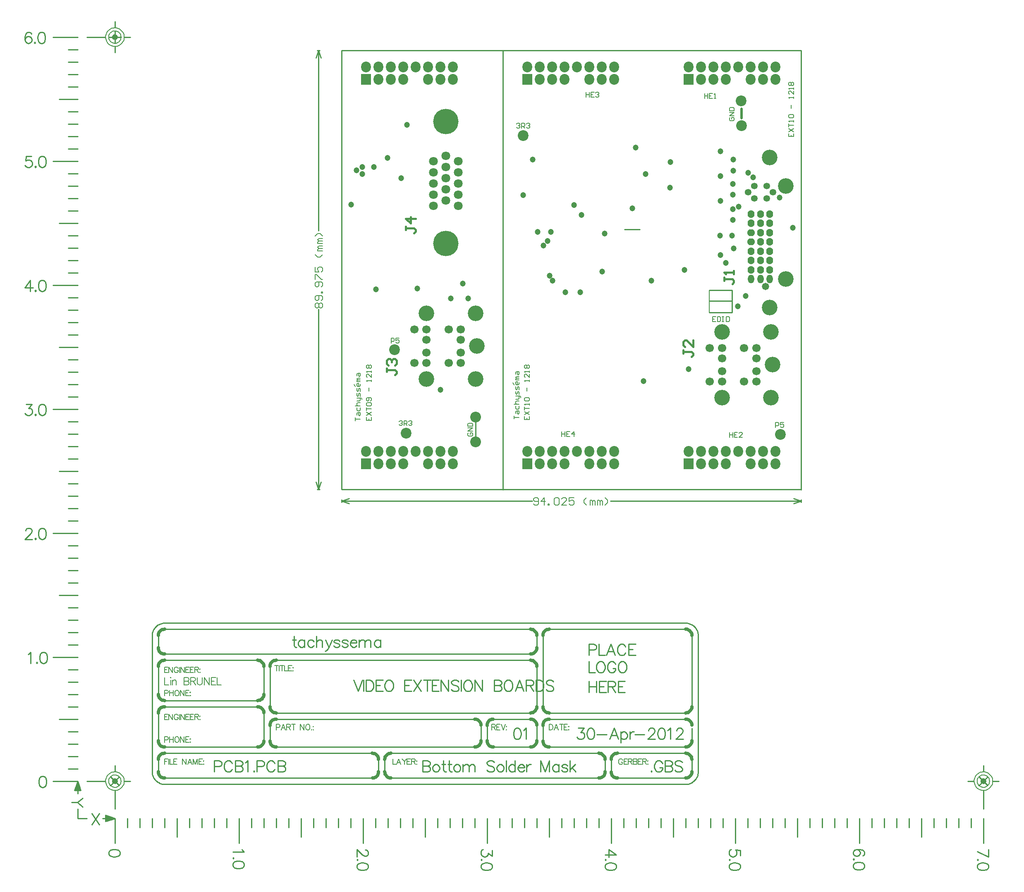
<source format=gbs>
%FSLAX44Y44*%
%MOMM*%
G71*
G01*
G75*
%ADD10R,1.5240X1.5240*%
%ADD11R,0.2500X1.8000*%
%ADD12R,3.0320X1.7780*%
%ADD13O,0.3000X2.5000*%
%ADD14R,0.3000X2.5000*%
%ADD15O,2.5000X0.3000*%
%ADD16R,2.5000X0.3000*%
%ADD17R,1.8000X0.2500*%
%ADD18R,5.5000X5.5000*%
%ADD19R,0.6000X1.1000*%
%ADD20R,0.3000X1.2000*%
%ADD21R,2.0000X0.5000*%
%ADD22R,1.0000X0.5000*%
%ADD23C,0.2500*%
%ADD24C,0.5000*%
%ADD25C,0.2286*%
%ADD26C,0.2000*%
%ADD27C,0.4000*%
%ADD28C,0.6350*%
%ADD29C,0.2540*%
%ADD30C,0.2032*%
%ADD31C,0.1524*%
%ADD32C,0.1270*%
%ADD33C,2.0000*%
%ADD34C,1.5000*%
%ADD35C,3.0000*%
%ADD36O,1.8000X2.0000*%
%ADD37R,1.8000X2.0000*%
%ADD38C,5.0000*%
%ADD39C,1.6000*%
%ADD40C,1.1500*%
%ADD41O,1.2000X1.4000*%
%ADD42O,1.1000X1.6000*%
%ADD43O,1.4000X1.2000*%
%ADD44C,1.0000*%
%ADD45C,1.2700*%
%ADD46C,0.2540*%
%ADD47C,0.1500*%
%ADD48C,0.3048*%
%ADD49C,0.5048*%
%ADD50C,0.2200*%
%ADD51C,0.1000*%
%ADD52C,0.3500*%
%ADD53R,0.5080X0.5080*%
%ADD54R,1.7272X1.7272*%
%ADD55R,0.4532X2.0032*%
%ADD56R,3.2352X1.9812*%
%ADD57O,0.5032X2.7032*%
%ADD58R,0.5032X2.7032*%
%ADD59O,2.7032X0.5032*%
%ADD60R,2.7032X0.5032*%
%ADD61R,2.0032X0.4532*%
%ADD62R,5.7032X5.7032*%
%ADD63R,0.8032X1.3032*%
%ADD64R,0.5000X1.4000*%
%ADD65R,2.2000X0.7000*%
%ADD66R,1.2000X0.7000*%
%ADD67C,2.2032*%
%ADD68C,1.7000*%
%ADD69C,3.2000*%
%ADD70C,2.2000*%
%ADD71O,2.0032X2.2032*%
%ADD72R,2.0032X2.2032*%
%ADD73C,5.2000*%
%ADD74C,1.8000*%
%ADD75C,3.2032*%
%ADD76C,1.3532*%
%ADD77O,1.4032X1.6032*%
%ADD78O,1.3032X1.8032*%
%ADD79O,1.6032X1.4032*%
%ADD80C,1.2032*%
%ADD81C,1.4732*%
D23*
X2468831Y2050025D02*
Y2084525D01*
X2947581Y2307275D02*
X2994081D01*
Y2353025D01*
X2947581Y2353025D02*
X2994081D01*
X2947581Y2330775D02*
X2993831D01*
X2774081Y2477275D02*
X2805581D01*
X1715441Y1270032D02*
X1718743Y1271175D01*
X1715441Y1272318D02*
X1718743Y1271175D01*
X1712774Y1266222D02*
X1727506Y1271175D01*
X1712774Y1276128D02*
X1727506Y1271175D01*
X1714552Y1268762D02*
X1721664Y1271175D01*
X1714552Y1273588D02*
X1721664Y1271175D01*
X1654481Y1335437D02*
X1655624Y1332135D01*
X1653338D02*
X1654481Y1335437D01*
Y1344200D02*
X1659434Y1329468D01*
X1649528D02*
X1654481Y1344200D01*
Y1338358D02*
X1656894Y1331246D01*
X1652068D02*
X1654481Y1338358D01*
Y1341279D02*
X1658164Y1330357D01*
X1650798D02*
X1654481Y1341279D01*
X1648131Y1328325D02*
X1654481Y1347375D01*
X1660831Y1328325D01*
X1713663Y1267492D02*
X1724585Y1271175D01*
X1713663Y1274858D02*
X1724585Y1271175D01*
X1711631Y1277525D02*
X1730681Y1271175D01*
X1711631Y1264825D02*
X1730681Y1271175D01*
X3499791Y1356265D02*
X3508681Y1347375D01*
X3517571Y1338485D01*
X1721791Y1356265D02*
X1730681Y1347375D01*
X1739571Y1338485D01*
X3508681Y1347375D02*
X3517571Y1356265D01*
X3499791Y1338485D02*
X3508681Y1347375D01*
X1721791Y1338485D02*
X1730681Y1347375D01*
X1739571Y1356265D01*
X2606981Y1429925D02*
Y1461675D01*
X2911781Y1499775D02*
Y1645825D01*
X2606981Y1499775D02*
Y1645825D01*
X1806881Y1366425D02*
Y1645825D01*
X1819581Y1366425D02*
Y1391825D01*
X2911781Y1429925D02*
Y1455325D01*
Y1366425D02*
Y1391825D01*
X2594281Y1429925D02*
Y1461675D01*
X2492681Y1429925D02*
Y1461675D01*
X2048181Y1429925D02*
Y1461675D01*
X2479981Y1429925D02*
Y1461675D01*
X2048181Y1499775D02*
Y1582325D01*
X2594281Y1499775D02*
Y1582325D01*
Y1620425D02*
Y1645825D01*
X1819581Y1620425D02*
Y1645825D01*
X2035481Y1525175D02*
Y1582325D01*
X1819581Y1525175D02*
Y1582325D01*
X2035481Y1429925D02*
Y1487075D01*
X1819581Y1429925D02*
Y1487075D01*
X2924481Y1366425D02*
Y1645825D01*
X2746681Y1366425D02*
Y1391825D01*
X2733981Y1366425D02*
Y1391825D01*
X2283131Y1366425D02*
Y1391825D01*
X2270431Y1366425D02*
Y1391825D01*
X3508683Y1290223D02*
Y1328323D01*
Y1366423D02*
Y1379123D01*
X1730681Y2839625D02*
Y2852325D01*
Y2890425D02*
Y2903125D01*
Y2871375D02*
Y2884075D01*
Y2858675D02*
Y2871375D01*
X3508681Y1220375D02*
Y1271175D01*
X3483281Y1252125D02*
Y1271175D01*
X3457881Y1252125D02*
Y1271175D01*
X3432481Y1252125D02*
Y1271175D01*
X3407081Y1252125D02*
Y1271175D01*
X3381681Y1233075D02*
Y1271175D01*
X3356281Y1252125D02*
Y1271175D01*
X3330881Y1252125D02*
Y1271175D01*
X3305481Y1252125D02*
Y1271175D01*
X3280081Y1252125D02*
Y1271175D01*
X3254681Y1220375D02*
Y1271175D01*
X3229281Y1252125D02*
Y1271175D01*
X3203881Y1252125D02*
Y1271175D01*
X3178481Y1252125D02*
Y1271175D01*
X3153081Y1252125D02*
Y1271175D01*
X3127681Y1233075D02*
Y1271175D01*
X3102281Y1252125D02*
Y1271175D01*
X3076881Y1252125D02*
Y1271175D01*
X3051481Y1252125D02*
Y1271175D01*
X3026081Y1252125D02*
Y1271175D01*
X3000681Y1220375D02*
Y1271175D01*
X2975281Y1252125D02*
Y1271175D01*
X2949881Y1252125D02*
Y1271175D01*
X2924481Y1252125D02*
Y1271175D01*
X2899081Y1252125D02*
Y1271175D01*
X2873681Y1233075D02*
Y1271175D01*
X2848281Y1252125D02*
Y1271175D01*
X2822881Y1252125D02*
Y1271175D01*
X2797481Y1252125D02*
Y1271175D01*
X2772081Y1252125D02*
Y1271175D01*
X2746681Y1220375D02*
Y1271175D01*
X2721281Y1252125D02*
Y1271175D01*
X2695881Y1252125D02*
Y1271175D01*
X2670481Y1252125D02*
Y1271175D01*
X2645081Y1252125D02*
Y1271175D01*
X2619681Y1233075D02*
Y1271175D01*
X2594281Y1252125D02*
Y1271175D01*
X2568881Y1252125D02*
Y1271175D01*
X2543481Y1252125D02*
Y1271175D01*
X2518081Y1252125D02*
Y1271175D01*
X2492681Y1220375D02*
Y1271175D01*
X2467281Y1252125D02*
Y1271175D01*
X2441881Y1252125D02*
Y1271175D01*
X2416481Y1252125D02*
Y1271175D01*
X2391081Y1252125D02*
Y1271175D01*
X2365681Y1233075D02*
Y1271175D01*
X2340281Y1252125D02*
Y1271175D01*
X2314881Y1252125D02*
Y1271175D01*
X2289481Y1252125D02*
Y1271175D01*
X2264081Y1252125D02*
Y1271175D01*
X2238681Y1220375D02*
Y1271175D01*
X2213281Y1252125D02*
Y1271175D01*
X2187881Y1252125D02*
Y1271175D01*
X2162481Y1252125D02*
Y1271175D01*
X2137081Y1252125D02*
Y1271175D01*
X2111681Y1233075D02*
Y1271175D01*
X2086281Y1252125D02*
Y1271175D01*
X2060881Y1252125D02*
Y1271175D01*
X2035481Y1252125D02*
Y1271175D01*
X2010081Y1252125D02*
Y1271175D01*
X1984681Y1220375D02*
Y1271175D01*
X1959281Y1252125D02*
Y1271175D01*
X1933881Y1252125D02*
Y1271175D01*
X1908481Y1252125D02*
Y1271175D01*
X1883081Y1252125D02*
Y1271175D01*
X1857681Y1233075D02*
Y1271175D01*
X1832281Y1252125D02*
Y1271175D01*
X1806881Y1252125D02*
Y1271175D01*
X1781481Y1252125D02*
Y1271175D01*
X1756081Y1252125D02*
Y1271175D01*
X1730681Y1220375D02*
Y1271175D01*
X1715441Y1270032D02*
Y1272318D01*
X1712774Y1266222D02*
Y1276128D01*
X1714552Y1268762D02*
Y1273588D01*
X1654481Y1321975D02*
Y1328325D01*
X1713663Y1267492D02*
Y1274858D01*
X1711631Y1264825D02*
Y1277525D01*
X1654481Y1271175D02*
Y1290225D01*
X1730683Y1366423D02*
Y1379123D01*
Y1290223D02*
Y1328323D01*
X2619681Y1474375D02*
X2899081D01*
X2619681Y1487075D02*
X2899081D01*
X2060881D02*
X2581581D01*
X2619681Y1658525D02*
X2899081D01*
X2619681Y1417225D02*
X2899081D01*
X2505381Y1474375D02*
X2581581D01*
X2505381Y1417225D02*
X2581581D01*
X2060881D02*
X2467281D01*
X2060881Y1474375D02*
X2467281D01*
X2060881Y1595025D02*
X2581581D01*
X1832281Y1607725D02*
X2581581D01*
X1832281Y1595025D02*
X2022781D01*
X1832281Y1512475D02*
X2022781D01*
X1832281Y1499775D02*
X2022781D01*
X1832281Y1417225D02*
X2022781D01*
X1832281Y1671225D02*
X2899081D01*
X1832281Y1341025D02*
X2899081D01*
X1832281Y1658525D02*
X2581581D01*
X2759381Y1404525D02*
X2899081D01*
X2759381Y1353725D02*
X2899081D01*
X2295831Y1404525D02*
X2721281D01*
X1832281D02*
X2257731D01*
X1832281Y1353725D02*
X2257731D01*
X2295831D02*
X2721281D01*
X3527733Y1347373D02*
X3540433D01*
X3476933D02*
X3489633D01*
X1749731Y2871375D02*
X1762431D01*
X1673531D02*
X1711631D01*
X1717981D02*
X1730681D01*
X1743381D01*
X1603681D02*
X1654481D01*
X1635431Y2845975D02*
X1654481D01*
X1635431Y2820575D02*
X1654481D01*
X1635431Y2795175D02*
X1654481D01*
X1635431Y2769775D02*
X1654481D01*
X1616381Y2744375D02*
X1654481D01*
X1635431Y2718975D02*
X1654481D01*
X1635431Y2693575D02*
X1654481D01*
X1635431Y2668175D02*
X1654481D01*
X1635431Y2642775D02*
X1654481D01*
X1603681Y2617375D02*
X1654481D01*
X1635431Y2591975D02*
X1654481D01*
X1635431Y2566575D02*
X1654481D01*
X1635431Y2541175D02*
X1654481D01*
X1635431Y2515775D02*
X1654481D01*
X1616381Y2490375D02*
X1654481D01*
X1635431Y2464975D02*
X1654481D01*
X1635431Y2439575D02*
X1654481D01*
X1635431Y2414175D02*
X1654481D01*
X1635431Y2388775D02*
X1654481D01*
X1603681Y2363375D02*
X1654481D01*
X1635431Y2337975D02*
X1654481D01*
X1635431Y2312575D02*
X1654481D01*
X1635431Y2287175D02*
X1654481D01*
X1635431Y2261775D02*
X1654481D01*
X1616381Y2236375D02*
X1654481D01*
X1635431Y2210975D02*
X1654481D01*
X1635431Y2185575D02*
X1654481D01*
X1635431Y2160175D02*
X1654481D01*
X1635431Y2134775D02*
X1654481D01*
X1603681Y2109375D02*
X1654481D01*
X1635431Y2083975D02*
X1654481D01*
X1635431Y2058575D02*
X1654481D01*
X1635431Y2033175D02*
X1654481D01*
X1635431Y2007775D02*
X1654481D01*
X1616381Y1982375D02*
X1654481D01*
X1635431Y1956975D02*
X1654481D01*
X1635431Y1931575D02*
X1654481D01*
X1635431Y1906175D02*
X1654481D01*
X1635431Y1880775D02*
X1654481D01*
X1603681Y1855375D02*
X1654481D01*
X1635431Y1829975D02*
X1654481D01*
X1635431Y1804575D02*
X1654481D01*
X1635431Y1779175D02*
X1654481D01*
X1635431Y1753775D02*
X1654481D01*
X1616381Y1728375D02*
X1654481D01*
X1635431Y1702975D02*
X1654481D01*
X1635431Y1677575D02*
X1654481D01*
X1635431Y1652175D02*
X1654481D01*
X1635431Y1626775D02*
X1654481D01*
X1603681Y1601375D02*
X1654481D01*
X1635431Y1575975D02*
X1654481D01*
X1635431Y1550575D02*
X1654481D01*
X1635431Y1525175D02*
X1654481D01*
X1635431Y1499775D02*
X1654481D01*
X1616381Y1474375D02*
X1654481D01*
X1635431Y1448975D02*
X1654481D01*
X1635431Y1423575D02*
X1654481D01*
X1635431Y1398175D02*
X1654481D01*
X1635431Y1372775D02*
X1654481D01*
X1603681Y1347375D02*
X1654481D01*
X1705281Y1271175D02*
X1711631D01*
X1653338Y1332135D02*
X1655624D01*
X1649528Y1329468D02*
X1659434D01*
X1652068Y1331246D02*
X1656894D01*
X1650798Y1330357D02*
X1658164D01*
X1648131Y1328325D02*
X1660831D01*
X1654481Y1271175D02*
X1673531D01*
X1673533Y1347373D02*
X1711633D01*
X1749733D02*
X1762433D01*
X2194831Y1944525D02*
X3135081D01*
X2194831Y2844275D02*
X3135201D01*
X2194831Y1944525D02*
Y2844275D01*
X3135201Y1944395D02*
Y2844395D01*
X2525001Y1944395D02*
Y2844395D01*
D24*
X3013331Y2705525D02*
Y2724275D01*
D25*
X2829049Y1368602D02*
X2827961Y1367513D01*
X2829049Y1366425D01*
X2830137Y1367513D01*
X2829049Y1368602D01*
X2851469Y1383839D02*
X2850381Y1386015D01*
X2848204Y1388192D01*
X2846027Y1389280D01*
X2841674D01*
X2839497Y1388192D01*
X2837320Y1386015D01*
X2836232Y1383839D01*
X2835144Y1380573D01*
Y1375132D01*
X2836232Y1371867D01*
X2837320Y1369690D01*
X2839497Y1367513D01*
X2841674Y1366425D01*
X2846027D01*
X2848204Y1367513D01*
X2850381Y1369690D01*
X2851469Y1371867D01*
Y1375132D01*
X2846027D02*
X2851469D01*
X2856693Y1389280D02*
Y1366425D01*
Y1389280D02*
X2866488D01*
X2869753Y1388192D01*
X2870841Y1387103D01*
X2871930Y1384927D01*
Y1382750D01*
X2870841Y1380573D01*
X2869753Y1379485D01*
X2866488Y1378397D01*
X2856693D02*
X2866488D01*
X2869753Y1377309D01*
X2870841Y1376220D01*
X2871930Y1374043D01*
Y1370779D01*
X2870841Y1368602D01*
X2869753Y1367513D01*
X2866488Y1366425D01*
X2856693D01*
X2892281Y1386015D02*
X2890105Y1388192D01*
X2886840Y1389280D01*
X2882487D01*
X2879221Y1388192D01*
X2877045Y1386015D01*
Y1383839D01*
X2878133Y1381662D01*
X2879221Y1380573D01*
X2881398Y1379485D01*
X2887928Y1377309D01*
X2890105Y1376220D01*
X2891193Y1375132D01*
X2892281Y1372955D01*
Y1369690D01*
X2890105Y1367513D01*
X2886840Y1366425D01*
X2882487D01*
X2879221Y1367513D01*
X2877045Y1369690D01*
X2097166Y1644550D02*
Y1626048D01*
X2098254Y1622783D01*
X2100431Y1621695D01*
X2102607D01*
X2093901Y1636932D02*
X2101519D01*
X2118932D02*
Y1621695D01*
Y1633667D02*
X2116756Y1635844D01*
X2114579Y1636932D01*
X2111314D01*
X2109137Y1635844D01*
X2106961Y1633667D01*
X2105872Y1630402D01*
Y1628225D01*
X2106961Y1624960D01*
X2109137Y1622783D01*
X2111314Y1621695D01*
X2114579D01*
X2116756Y1622783D01*
X2118932Y1624960D01*
X2138087Y1633667D02*
X2135911Y1635844D01*
X2133734Y1636932D01*
X2130469D01*
X2128292Y1635844D01*
X2126116Y1633667D01*
X2125027Y1630402D01*
Y1628225D01*
X2126116Y1624960D01*
X2128292Y1622783D01*
X2130469Y1621695D01*
X2133734D01*
X2135911Y1622783D01*
X2138087Y1624960D01*
X2142985Y1644550D02*
Y1621695D01*
Y1632578D02*
X2146250Y1635844D01*
X2148426Y1636932D01*
X2151691D01*
X2153868Y1635844D01*
X2154957Y1632578D01*
Y1621695D01*
X2162031Y1636932D02*
X2168561Y1621695D01*
X2175091Y1636932D02*
X2168561Y1621695D01*
X2166384Y1617342D01*
X2164207Y1615165D01*
X2162031Y1614077D01*
X2160942D01*
X2190872Y1633667D02*
X2189783Y1635844D01*
X2186518Y1636932D01*
X2183253D01*
X2179988Y1635844D01*
X2178900Y1633667D01*
X2179988Y1631490D01*
X2182165Y1630402D01*
X2187607Y1629314D01*
X2189783Y1628225D01*
X2190872Y1626048D01*
Y1624960D01*
X2189783Y1622783D01*
X2186518Y1621695D01*
X2183253D01*
X2179988Y1622783D01*
X2178900Y1624960D01*
X2207632Y1633667D02*
X2206544Y1635844D01*
X2203279Y1636932D01*
X2200014D01*
X2196749Y1635844D01*
X2195660Y1633667D01*
X2196749Y1631490D01*
X2198925Y1630402D01*
X2204367Y1629314D01*
X2206544Y1628225D01*
X2207632Y1626048D01*
Y1624960D01*
X2206544Y1622783D01*
X2203279Y1621695D01*
X2200014D01*
X2196749Y1622783D01*
X2195660Y1624960D01*
X2212421Y1630402D02*
X2225481D01*
Y1632578D01*
X2224393Y1634755D01*
X2223304Y1635844D01*
X2221127Y1636932D01*
X2217862D01*
X2215686Y1635844D01*
X2213509Y1633667D01*
X2212421Y1630402D01*
Y1628225D01*
X2213509Y1624960D01*
X2215686Y1622783D01*
X2217862Y1621695D01*
X2221127D01*
X2223304Y1622783D01*
X2225481Y1624960D01*
X2230378Y1636932D02*
Y1621695D01*
Y1632578D02*
X2233643Y1635844D01*
X2235820Y1636932D01*
X2239085D01*
X2241262Y1635844D01*
X2242350Y1632578D01*
Y1621695D01*
Y1632578D02*
X2245615Y1635844D01*
X2247792Y1636932D01*
X2251057D01*
X2253233Y1635844D01*
X2254322Y1632578D01*
Y1621695D01*
X2274565Y1636932D02*
Y1621695D01*
Y1633667D02*
X2272388Y1635844D01*
X2270211Y1636932D01*
X2266947D01*
X2264770Y1635844D01*
X2262593Y1633667D01*
X2261505Y1630402D01*
Y1628225D01*
X2262593Y1624960D01*
X2264770Y1622783D01*
X2266947Y1621695D01*
X2270211D01*
X2272388Y1622783D01*
X2274565Y1624960D01*
X2219631Y1554380D02*
X2228337Y1531525D01*
X2237044Y1554380D02*
X2228337Y1531525D01*
X2239983Y1554380D02*
Y1531525D01*
X2244771Y1554380D02*
Y1531525D01*
Y1554380D02*
X2252390D01*
X2255655Y1553292D01*
X2257831Y1551115D01*
X2258920Y1548938D01*
X2260008Y1545674D01*
Y1540232D01*
X2258920Y1536967D01*
X2257831Y1534790D01*
X2255655Y1532613D01*
X2252390Y1531525D01*
X2244771D01*
X2279272Y1554380D02*
X2265123D01*
Y1531525D01*
X2279272D01*
X2265123Y1543497D02*
X2273830D01*
X2289611Y1554380D02*
X2287434Y1553292D01*
X2285258Y1551115D01*
X2284169Y1548938D01*
X2283081Y1545674D01*
Y1540232D01*
X2284169Y1536967D01*
X2285258Y1534790D01*
X2287434Y1532613D01*
X2289611Y1531525D01*
X2293964D01*
X2296141Y1532613D01*
X2298318Y1534790D01*
X2299406Y1536967D01*
X2300494Y1540232D01*
Y1545674D01*
X2299406Y1548938D01*
X2298318Y1551115D01*
X2296141Y1553292D01*
X2293964Y1554380D01*
X2289611D01*
X2337933D02*
X2323785D01*
Y1531525D01*
X2337933D01*
X2323785Y1543497D02*
X2332491D01*
X2341742Y1554380D02*
X2356979Y1531525D01*
Y1554380D02*
X2341742Y1531525D01*
X2369713Y1554380D02*
Y1531525D01*
X2362094Y1554380D02*
X2377331D01*
X2394200D02*
X2380052D01*
Y1531525D01*
X2394200D01*
X2380052Y1543497D02*
X2388758D01*
X2398009Y1554380D02*
Y1531525D01*
Y1554380D02*
X2413246Y1531525D01*
Y1554380D02*
Y1531525D01*
X2434795Y1551115D02*
X2432619Y1553292D01*
X2429353Y1554380D01*
X2425000D01*
X2421735Y1553292D01*
X2419558Y1551115D01*
Y1548938D01*
X2420647Y1546762D01*
X2421735Y1545674D01*
X2423912Y1544585D01*
X2430442Y1542408D01*
X2432619Y1541320D01*
X2433707Y1540232D01*
X2434795Y1538055D01*
Y1534790D01*
X2432619Y1532613D01*
X2429353Y1531525D01*
X2425000D01*
X2421735Y1532613D01*
X2419558Y1534790D01*
X2439910Y1554380D02*
Y1531525D01*
X2451229Y1554380D02*
X2449052Y1553292D01*
X2446876Y1551115D01*
X2445787Y1548938D01*
X2444699Y1545674D01*
Y1540232D01*
X2445787Y1536967D01*
X2446876Y1534790D01*
X2449052Y1532613D01*
X2451229Y1531525D01*
X2455582D01*
X2457759Y1532613D01*
X2459936Y1534790D01*
X2461024Y1536967D01*
X2462112Y1540232D01*
Y1545674D01*
X2461024Y1548938D01*
X2459936Y1551115D01*
X2457759Y1553292D01*
X2455582Y1554380D01*
X2451229D01*
X2467445D02*
Y1531525D01*
Y1554380D02*
X2482682Y1531525D01*
Y1554380D02*
Y1531525D01*
X2506952Y1554380D02*
Y1531525D01*
Y1554380D02*
X2516747D01*
X2520012Y1553292D01*
X2521100Y1552204D01*
X2522189Y1550027D01*
Y1547850D01*
X2521100Y1545674D01*
X2520012Y1544585D01*
X2516747Y1543497D01*
X2506952D02*
X2516747D01*
X2520012Y1542408D01*
X2521100Y1541320D01*
X2522189Y1539144D01*
Y1535878D01*
X2521100Y1533702D01*
X2520012Y1532613D01*
X2516747Y1531525D01*
X2506952D01*
X2533834Y1554380D02*
X2531657Y1553292D01*
X2529480Y1551115D01*
X2528392Y1548938D01*
X2527304Y1545674D01*
Y1540232D01*
X2528392Y1536967D01*
X2529480Y1534790D01*
X2531657Y1532613D01*
X2533834Y1531525D01*
X2538187D01*
X2540364Y1532613D01*
X2542541Y1534790D01*
X2543629Y1536967D01*
X2544717Y1540232D01*
Y1545674D01*
X2543629Y1548938D01*
X2542541Y1551115D01*
X2540364Y1553292D01*
X2538187Y1554380D01*
X2533834D01*
X2567463Y1531525D02*
X2558757Y1554380D01*
X2550050Y1531525D01*
X2553315Y1539144D02*
X2564199D01*
X2572796Y1554380D02*
Y1531525D01*
Y1554380D02*
X2582591D01*
X2585856Y1553292D01*
X2586945Y1552204D01*
X2588033Y1550027D01*
Y1547850D01*
X2586945Y1545674D01*
X2585856Y1544585D01*
X2582591Y1543497D01*
X2572796D01*
X2580415D02*
X2588033Y1531525D01*
X2593148Y1554380D02*
Y1531525D01*
Y1554380D02*
X2600767D01*
X2604032Y1553292D01*
X2606208Y1551115D01*
X2607297Y1548938D01*
X2608385Y1545674D01*
Y1540232D01*
X2607297Y1536967D01*
X2606208Y1534790D01*
X2604032Y1532613D01*
X2600767Y1531525D01*
X2593148D01*
X2628737Y1551115D02*
X2626560Y1553292D01*
X2623295Y1554380D01*
X2618942D01*
X2615677Y1553292D01*
X2613500Y1551115D01*
Y1548938D01*
X2614589Y1546762D01*
X2615677Y1545674D01*
X2617854Y1544585D01*
X2624384Y1542408D01*
X2626560Y1541320D01*
X2627649Y1540232D01*
X2628737Y1538055D01*
Y1534790D01*
X2626560Y1532613D01*
X2623295Y1531525D01*
X2618942D01*
X2615677Y1532613D01*
X2613500Y1534790D01*
X1933881Y1377309D02*
X1943676D01*
X1946941Y1378397D01*
X1948029Y1379485D01*
X1949117Y1381662D01*
Y1384927D01*
X1948029Y1387103D01*
X1946941Y1388192D01*
X1943676Y1389280D01*
X1933881D01*
Y1366425D01*
X1970558Y1383839D02*
X1969469Y1386015D01*
X1967293Y1388192D01*
X1965116Y1389280D01*
X1960763D01*
X1958586Y1388192D01*
X1956409Y1386015D01*
X1955321Y1383839D01*
X1954233Y1380573D01*
Y1375132D01*
X1955321Y1371867D01*
X1956409Y1369690D01*
X1958586Y1367513D01*
X1960763Y1366425D01*
X1965116D01*
X1967293Y1367513D01*
X1969469Y1369690D01*
X1970558Y1371867D01*
X1976979Y1389280D02*
Y1366425D01*
Y1389280D02*
X1986774D01*
X1990039Y1388192D01*
X1991127Y1387103D01*
X1992216Y1384927D01*
Y1382750D01*
X1991127Y1380573D01*
X1990039Y1379485D01*
X1986774Y1378397D01*
X1976979D02*
X1986774D01*
X1990039Y1377309D01*
X1991127Y1376220D01*
X1992216Y1374043D01*
Y1370779D01*
X1991127Y1368602D01*
X1990039Y1367513D01*
X1986774Y1366425D01*
X1976979D01*
X1997331Y1384927D02*
X1999507Y1386015D01*
X2002773Y1389280D01*
Y1366425D01*
X2015180Y1368602D02*
X2014091Y1367513D01*
X2015180Y1366425D01*
X2016268Y1367513D01*
X2015180Y1368602D01*
X2021274Y1377309D02*
X2031069D01*
X2034334Y1378397D01*
X2035423Y1379485D01*
X2036511Y1381662D01*
Y1384927D01*
X2035423Y1387103D01*
X2034334Y1388192D01*
X2031069Y1389280D01*
X2021274D01*
Y1366425D01*
X2057951Y1383839D02*
X2056863Y1386015D01*
X2054686Y1388192D01*
X2052510Y1389280D01*
X2048156D01*
X2045980Y1388192D01*
X2043803Y1386015D01*
X2042715Y1383839D01*
X2041626Y1380573D01*
Y1375132D01*
X2042715Y1371867D01*
X2043803Y1369690D01*
X2045980Y1367513D01*
X2048156Y1366425D01*
X2052510D01*
X2054686Y1367513D01*
X2056863Y1369690D01*
X2057951Y1371867D01*
X2064373Y1389280D02*
Y1366425D01*
Y1389280D02*
X2074167D01*
X2077433Y1388192D01*
X2078521Y1387103D01*
X2079609Y1384927D01*
Y1382750D01*
X2078521Y1380573D01*
X2077433Y1379485D01*
X2074167Y1378397D01*
X2064373D02*
X2074167D01*
X2077433Y1377309D01*
X2078521Y1376220D01*
X2079609Y1374043D01*
Y1370779D01*
X2078521Y1368602D01*
X2077433Y1367513D01*
X2074167Y1366425D01*
X2064373D01*
X2360601Y1389280D02*
Y1366425D01*
Y1389280D02*
X2370396D01*
X2373661Y1388192D01*
X2374749Y1387103D01*
X2375837Y1384927D01*
Y1382750D01*
X2374749Y1380573D01*
X2373661Y1379485D01*
X2370396Y1378397D01*
X2360601D02*
X2370396D01*
X2373661Y1377309D01*
X2374749Y1376220D01*
X2375837Y1374043D01*
Y1370779D01*
X2374749Y1368602D01*
X2373661Y1367513D01*
X2370396Y1366425D01*
X2360601D01*
X2386394Y1381662D02*
X2384218Y1380573D01*
X2382041Y1378397D01*
X2380953Y1375132D01*
Y1372955D01*
X2382041Y1369690D01*
X2384218Y1367513D01*
X2386394Y1366425D01*
X2389659D01*
X2391836Y1367513D01*
X2394013Y1369690D01*
X2395101Y1372955D01*
Y1375132D01*
X2394013Y1378397D01*
X2391836Y1380573D01*
X2389659Y1381662D01*
X2386394D01*
X2403372Y1389280D02*
Y1370779D01*
X2404461Y1367513D01*
X2406637Y1366425D01*
X2408814D01*
X2400107Y1381662D02*
X2407726D01*
X2415344Y1389280D02*
Y1370779D01*
X2416432Y1367513D01*
X2418609Y1366425D01*
X2420786D01*
X2412079Y1381662D02*
X2419698D01*
X2429492D02*
X2427316Y1380573D01*
X2425139Y1378397D01*
X2424051Y1375132D01*
Y1372955D01*
X2425139Y1369690D01*
X2427316Y1367513D01*
X2429492Y1366425D01*
X2432758D01*
X2434934Y1367513D01*
X2437111Y1369690D01*
X2438199Y1372955D01*
Y1375132D01*
X2437111Y1378397D01*
X2434934Y1380573D01*
X2432758Y1381662D01*
X2429492D01*
X2443206D02*
Y1366425D01*
Y1377309D02*
X2446471Y1380573D01*
X2448647Y1381662D01*
X2451912D01*
X2454089Y1380573D01*
X2455177Y1377309D01*
Y1366425D01*
Y1377309D02*
X2458442Y1380573D01*
X2460619Y1381662D01*
X2463884D01*
X2466061Y1380573D01*
X2467149Y1377309D01*
Y1366425D01*
X2507526Y1386015D02*
X2505350Y1388192D01*
X2502085Y1389280D01*
X2497731D01*
X2494466Y1388192D01*
X2492290Y1386015D01*
Y1383839D01*
X2493378Y1381662D01*
X2494466Y1380573D01*
X2496643Y1379485D01*
X2503173Y1377309D01*
X2505350Y1376220D01*
X2506438Y1375132D01*
X2507526Y1372955D01*
Y1369690D01*
X2505350Y1367513D01*
X2502085Y1366425D01*
X2497731D01*
X2494466Y1367513D01*
X2492290Y1369690D01*
X2518083Y1381662D02*
X2515907Y1380573D01*
X2513730Y1378397D01*
X2512642Y1375132D01*
Y1372955D01*
X2513730Y1369690D01*
X2515907Y1367513D01*
X2518083Y1366425D01*
X2521348D01*
X2523525Y1367513D01*
X2525702Y1369690D01*
X2526790Y1372955D01*
Y1375132D01*
X2525702Y1378397D01*
X2523525Y1380573D01*
X2521348Y1381662D01*
X2518083D01*
X2531796Y1389280D02*
Y1366425D01*
X2549645Y1389280D02*
Y1366425D01*
Y1378397D02*
X2547468Y1380573D01*
X2545292Y1381662D01*
X2542027D01*
X2539850Y1380573D01*
X2537673Y1378397D01*
X2536585Y1375132D01*
Y1372955D01*
X2537673Y1369690D01*
X2539850Y1367513D01*
X2542027Y1366425D01*
X2545292D01*
X2547468Y1367513D01*
X2549645Y1369690D01*
X2555740Y1375132D02*
X2568800D01*
Y1377309D01*
X2567711Y1379485D01*
X2566623Y1380573D01*
X2564446Y1381662D01*
X2561181D01*
X2559005Y1380573D01*
X2556828Y1378397D01*
X2555740Y1375132D01*
Y1372955D01*
X2556828Y1369690D01*
X2559005Y1367513D01*
X2561181Y1366425D01*
X2564446D01*
X2566623Y1367513D01*
X2568800Y1369690D01*
X2573697Y1381662D02*
Y1366425D01*
Y1375132D02*
X2574786Y1378397D01*
X2576962Y1380573D01*
X2579139Y1381662D01*
X2582404D01*
X2602430Y1389280D02*
Y1366425D01*
Y1389280D02*
X2611136Y1366425D01*
X2619843Y1389280D02*
X2611136Y1366425D01*
X2619843Y1389280D02*
Y1366425D01*
X2639433Y1381662D02*
Y1366425D01*
Y1378397D02*
X2637256Y1380573D01*
X2635080Y1381662D01*
X2631815D01*
X2629638Y1380573D01*
X2627461Y1378397D01*
X2626373Y1375132D01*
Y1372955D01*
X2627461Y1369690D01*
X2629638Y1367513D01*
X2631815Y1366425D01*
X2635080D01*
X2637256Y1367513D01*
X2639433Y1369690D01*
X2657499Y1378397D02*
X2656411Y1380573D01*
X2653146Y1381662D01*
X2649881D01*
X2646616Y1380573D01*
X2645528Y1378397D01*
X2646616Y1376220D01*
X2648793Y1375132D01*
X2654234Y1374043D01*
X2656411Y1372955D01*
X2657499Y1370779D01*
Y1369690D01*
X2656411Y1367513D01*
X2653146Y1366425D01*
X2649881D01*
X2646616Y1367513D01*
X2645528Y1369690D01*
X2662288Y1389280D02*
Y1366425D01*
X2673171Y1381662D02*
X2662288Y1370779D01*
X2666642Y1375132D02*
X2674260Y1366425D01*
X2553186Y1455955D02*
X2549921Y1454867D01*
X2547744Y1451602D01*
X2546656Y1446160D01*
Y1442895D01*
X2547744Y1437453D01*
X2549921Y1434188D01*
X2553186Y1433100D01*
X2555362D01*
X2558627Y1434188D01*
X2560804Y1437453D01*
X2561892Y1442895D01*
Y1446160D01*
X2560804Y1451602D01*
X2558627Y1454867D01*
X2555362Y1455955D01*
X2553186D01*
X2567008Y1451602D02*
X2569184Y1452690D01*
X2572449Y1455955D01*
Y1433100D01*
X2700961Y1616069D02*
X2710756D01*
X2714021Y1617157D01*
X2715109Y1618245D01*
X2716198Y1620422D01*
Y1623687D01*
X2715109Y1625863D01*
X2714021Y1626952D01*
X2710756Y1628040D01*
X2700961D01*
Y1605185D01*
X2721313Y1628040D02*
Y1605185D01*
X2734373D01*
X2754289D02*
X2745583Y1628040D01*
X2736876Y1605185D01*
X2740141Y1612803D02*
X2751024D01*
X2775947Y1622599D02*
X2774859Y1624775D01*
X2772682Y1626952D01*
X2770505Y1628040D01*
X2766152D01*
X2763976Y1626952D01*
X2761799Y1624775D01*
X2760710Y1622599D01*
X2759622Y1619333D01*
Y1613892D01*
X2760710Y1610627D01*
X2761799Y1608450D01*
X2763976Y1606273D01*
X2766152Y1605185D01*
X2770505D01*
X2772682Y1606273D01*
X2774859Y1608450D01*
X2775947Y1610627D01*
X2796517Y1628040D02*
X2782368D01*
Y1605185D01*
X2796517D01*
X2782368Y1617157D02*
X2791075D01*
X2700961Y1592480D02*
Y1569625D01*
X2714021D01*
X2723054Y1592480D02*
X2720877Y1591392D01*
X2718701Y1589215D01*
X2717612Y1587039D01*
X2716524Y1583773D01*
Y1578332D01*
X2717612Y1575067D01*
X2718701Y1572890D01*
X2720877Y1570713D01*
X2723054Y1569625D01*
X2727407D01*
X2729584Y1570713D01*
X2731761Y1572890D01*
X2732849Y1575067D01*
X2733937Y1578332D01*
Y1583773D01*
X2732849Y1587039D01*
X2731761Y1589215D01*
X2729584Y1591392D01*
X2727407Y1592480D01*
X2723054D01*
X2755595Y1587039D02*
X2754507Y1589215D01*
X2752330Y1591392D01*
X2750154Y1592480D01*
X2745800D01*
X2743623Y1591392D01*
X2741447Y1589215D01*
X2740359Y1587039D01*
X2739270Y1583773D01*
Y1578332D01*
X2740359Y1575067D01*
X2741447Y1572890D01*
X2743623Y1570713D01*
X2745800Y1569625D01*
X2750154D01*
X2752330Y1570713D01*
X2754507Y1572890D01*
X2755595Y1575067D01*
Y1578332D01*
X2750154D02*
X2755595D01*
X2767349Y1592480D02*
X2765173Y1591392D01*
X2762996Y1589215D01*
X2761908Y1587039D01*
X2760819Y1583773D01*
Y1578332D01*
X2761908Y1575067D01*
X2762996Y1572890D01*
X2765173Y1570713D01*
X2767349Y1569625D01*
X2771703D01*
X2773879Y1570713D01*
X2776056Y1572890D01*
X2777144Y1575067D01*
X2778233Y1578332D01*
Y1583773D01*
X2777144Y1587039D01*
X2776056Y1589215D01*
X2773879Y1591392D01*
X2771703Y1592480D01*
X2767349D01*
X2700961Y1551840D02*
Y1528985D01*
X2716198Y1551840D02*
Y1528985D01*
X2700961Y1540957D02*
X2716198D01*
X2736658Y1551840D02*
X2722510D01*
Y1528985D01*
X2736658D01*
X2722510Y1540957D02*
X2731216D01*
X2740468Y1551840D02*
Y1528985D01*
Y1551840D02*
X2750262D01*
X2753528Y1550752D01*
X2754616Y1549664D01*
X2755704Y1547487D01*
Y1545310D01*
X2754616Y1543134D01*
X2753528Y1542045D01*
X2750262Y1540957D01*
X2740468D01*
X2748086D02*
X2755704Y1528985D01*
X2774968Y1551840D02*
X2760819D01*
Y1528985D01*
X2774968D01*
X2760819Y1540957D02*
X2769526D01*
X2679007Y1455955D02*
X2690979D01*
X2684449Y1447249D01*
X2687714D01*
X2689891Y1446160D01*
X2690979Y1445072D01*
X2692067Y1441807D01*
Y1439630D01*
X2690979Y1436365D01*
X2688802Y1434188D01*
X2685537Y1433100D01*
X2682272D01*
X2679007Y1434188D01*
X2677919Y1435277D01*
X2676831Y1437453D01*
X2703713Y1455955D02*
X2700448Y1454867D01*
X2698271Y1451602D01*
X2697183Y1446160D01*
Y1442895D01*
X2698271Y1437453D01*
X2700448Y1434188D01*
X2703713Y1433100D01*
X2705889D01*
X2709154Y1434188D01*
X2711331Y1437453D01*
X2712419Y1442895D01*
Y1446160D01*
X2711331Y1451602D01*
X2709154Y1454867D01*
X2705889Y1455955D01*
X2703713D01*
X2717534Y1442895D02*
X2737125D01*
X2761286Y1433100D02*
X2752579Y1455955D01*
X2743872Y1433100D01*
X2747137Y1440719D02*
X2758021D01*
X2766619Y1448337D02*
Y1425482D01*
Y1445072D02*
X2768795Y1447249D01*
X2770972Y1448337D01*
X2774237D01*
X2776414Y1447249D01*
X2778590Y1445072D01*
X2779679Y1441807D01*
Y1439630D01*
X2778590Y1436365D01*
X2776414Y1434188D01*
X2774237Y1433100D01*
X2770972D01*
X2768795Y1434188D01*
X2766619Y1436365D01*
X2784576Y1448337D02*
Y1433100D01*
Y1441807D02*
X2785664Y1445072D01*
X2787841Y1447249D01*
X2790018Y1448337D01*
X2793283D01*
X2795351Y1442895D02*
X2814941D01*
X2822777Y1450513D02*
Y1451602D01*
X2823865Y1453779D01*
X2824954Y1454867D01*
X2827130Y1455955D01*
X2831483D01*
X2833660Y1454867D01*
X2834749Y1453779D01*
X2835837Y1451602D01*
Y1449425D01*
X2834749Y1447249D01*
X2832572Y1443983D01*
X2821689Y1433100D01*
X2836925D01*
X2848571Y1455955D02*
X2845305Y1454867D01*
X2843129Y1451602D01*
X2842040Y1446160D01*
Y1442895D01*
X2843129Y1437453D01*
X2845305Y1434188D01*
X2848571Y1433100D01*
X2850747D01*
X2854012Y1434188D01*
X2856189Y1437453D01*
X2857277Y1442895D01*
Y1446160D01*
X2856189Y1451602D01*
X2854012Y1454867D01*
X2850747Y1455955D01*
X2848571D01*
X2862392Y1451602D02*
X2864569Y1452690D01*
X2867834Y1455955D01*
Y1433100D01*
X2880241Y1450513D02*
Y1451602D01*
X2881330Y1453779D01*
X2882418Y1454867D01*
X2884594Y1455955D01*
X2888948D01*
X2891125Y1454867D01*
X2892213Y1453779D01*
X2893301Y1451602D01*
Y1449425D01*
X2892213Y1447249D01*
X2890036Y1443983D01*
X2879153Y1433100D01*
X2894390D01*
X1664636Y1312450D02*
X1653752Y1303743D01*
X1641781D01*
X1664636Y1295037D02*
X1653752Y1303743D01*
X1683056Y1281330D02*
X1698292Y1258475D01*
Y1281330D02*
X1683056Y1258475D01*
X3261571Y1194615D02*
X3263747Y1195703D01*
X3264836Y1198968D01*
Y1201145D01*
X3263747Y1204410D01*
X3260482Y1206587D01*
X3255041Y1207675D01*
X3249599D01*
X3245246Y1206587D01*
X3243069Y1204410D01*
X3241981Y1201145D01*
Y1200057D01*
X3243069Y1196792D01*
X3245246Y1194615D01*
X3248511Y1193527D01*
X3249599D01*
X3252864Y1194615D01*
X3255041Y1196792D01*
X3256129Y1200057D01*
Y1201145D01*
X3255041Y1204410D01*
X3252864Y1206587D01*
X3249599Y1207675D01*
X3244157Y1187432D02*
X3243069Y1188520D01*
X3241981Y1187432D01*
X3243069Y1186344D01*
X3244157Y1187432D01*
X3264836Y1174807D02*
X3263747Y1178072D01*
X3260482Y1180249D01*
X3255041Y1181337D01*
X3251776D01*
X3246334Y1180249D01*
X3243069Y1178072D01*
X3241981Y1174807D01*
Y1172631D01*
X3243069Y1169366D01*
X3246334Y1167189D01*
X3251776Y1166101D01*
X3255041D01*
X3260482Y1167189D01*
X3263747Y1169366D01*
X3264836Y1172631D01*
Y1174807D01*
X2756836Y1196792D02*
X2741599Y1207675D01*
Y1191350D01*
X2756836Y1196792D02*
X2733981D01*
X2736158Y1186235D02*
X2735069Y1187323D01*
X2733981Y1186235D01*
X2735069Y1185146D01*
X2736158Y1186235D01*
X2756836Y1173610D02*
X2755747Y1176875D01*
X2752482Y1179052D01*
X2747041Y1180140D01*
X2743776D01*
X2738334Y1179052D01*
X2735069Y1176875D01*
X2733981Y1173610D01*
Y1171433D01*
X2735069Y1168168D01*
X2738334Y1165992D01*
X2743776Y1164903D01*
X2747041D01*
X2752482Y1165992D01*
X2755747Y1168168D01*
X2756836Y1171433D01*
Y1173610D01*
X2243394Y1206587D02*
X2244482D01*
X2246659Y1205498D01*
X2247747Y1204410D01*
X2248836Y1202233D01*
Y1197880D01*
X2247747Y1195703D01*
X2246659Y1194615D01*
X2244482Y1193527D01*
X2242306D01*
X2240129Y1194615D01*
X2236864Y1196792D01*
X2225981Y1207675D01*
Y1192438D01*
X2228157Y1186235D02*
X2227069Y1187323D01*
X2225981Y1186235D01*
X2227069Y1185146D01*
X2228157Y1186235D01*
X2248836Y1173610D02*
X2247747Y1176875D01*
X2244482Y1179052D01*
X2239041Y1180140D01*
X2235776D01*
X2230334Y1179052D01*
X2227069Y1176875D01*
X2225981Y1173610D01*
Y1171433D01*
X2227069Y1168168D01*
X2230334Y1165992D01*
X2235776Y1164903D01*
X2239041D01*
X2244482Y1165992D01*
X2247747Y1168168D01*
X2248836Y1171433D01*
Y1173610D01*
X1740836Y1201145D02*
X1739747Y1204410D01*
X1736482Y1206587D01*
X1731041Y1207675D01*
X1727776D01*
X1722334Y1206587D01*
X1719069Y1204410D01*
X1717981Y1201145D01*
Y1198968D01*
X1719069Y1195703D01*
X1722334Y1193527D01*
X1727776Y1192438D01*
X1731041D01*
X1736482Y1193527D01*
X1739747Y1195703D01*
X1740836Y1198968D01*
Y1201145D01*
X1990482Y1207675D02*
X1991571Y1205498D01*
X1994836Y1202233D01*
X1971981D01*
X1974157Y1189826D02*
X1973069Y1190915D01*
X1971981Y1189826D01*
X1973069Y1188738D01*
X1974157Y1189826D01*
X1994836Y1177202D02*
X1993747Y1180467D01*
X1990482Y1182643D01*
X1985041Y1183732D01*
X1981776D01*
X1976334Y1182643D01*
X1973069Y1180467D01*
X1971981Y1177202D01*
Y1175025D01*
X1973069Y1171760D01*
X1976334Y1169583D01*
X1981776Y1168495D01*
X1985041D01*
X1990482Y1169583D01*
X1993747Y1171760D01*
X1994836Y1175025D01*
Y1177202D01*
X2502836Y1205498D02*
Y1193527D01*
X2494129Y1200057D01*
Y1196792D01*
X2493041Y1194615D01*
X2491952Y1193527D01*
X2488687Y1192438D01*
X2486511D01*
X2483246Y1193527D01*
X2481069Y1195703D01*
X2479981Y1198968D01*
Y1202233D01*
X2481069Y1205498D01*
X2482157Y1206587D01*
X2484334Y1207675D01*
X2482157Y1186235D02*
X2481069Y1187323D01*
X2479981Y1186235D01*
X2481069Y1185146D01*
X2482157Y1186235D01*
X2502836Y1173610D02*
X2501747Y1176875D01*
X2498482Y1179052D01*
X2493041Y1180140D01*
X2489776D01*
X2484334Y1179052D01*
X2481069Y1176875D01*
X2479981Y1173610D01*
Y1171433D01*
X2481069Y1168168D01*
X2484334Y1165992D01*
X2489776Y1164903D01*
X2493041D01*
X2498482Y1165992D01*
X2501747Y1168168D01*
X2502836Y1171433D01*
Y1173610D01*
X3010836Y1194615D02*
Y1205498D01*
X3001041Y1206587D01*
X3002129Y1205498D01*
X3003217Y1202233D01*
Y1198968D01*
X3002129Y1195703D01*
X2999952Y1193527D01*
X2996687Y1192438D01*
X2994511D01*
X2991246Y1193527D01*
X2989069Y1195703D01*
X2987981Y1198968D01*
Y1202233D01*
X2989069Y1205498D01*
X2990157Y1206587D01*
X2992334Y1207675D01*
X2990157Y1186235D02*
X2989069Y1187323D01*
X2987981Y1186235D01*
X2989069Y1185146D01*
X2990157Y1186235D01*
X3010836Y1173610D02*
X3009747Y1176875D01*
X3006483Y1179052D01*
X3001041Y1180140D01*
X2997776D01*
X2992334Y1179052D01*
X2989069Y1176875D01*
X2987981Y1173610D01*
Y1171433D01*
X2989069Y1168168D01*
X2992334Y1165992D01*
X2997776Y1164903D01*
X3001041D01*
X3006483Y1165992D01*
X3009747Y1168168D01*
X3010836Y1171433D01*
Y1173610D01*
X3518836Y1192438D02*
X3495981Y1203322D01*
X3518836Y1207675D02*
Y1192438D01*
X3498157Y1186235D02*
X3497069Y1187323D01*
X3495981Y1186235D01*
X3497069Y1185146D01*
X3498157Y1186235D01*
X3518836Y1173610D02*
X3517747Y1176875D01*
X3514482Y1179052D01*
X3509041Y1180140D01*
X3505776D01*
X3500334Y1179052D01*
X3497069Y1176875D01*
X3495981Y1173610D01*
Y1171433D01*
X3497069Y1168168D01*
X3500334Y1165992D01*
X3505776Y1164903D01*
X3509041D01*
X3514482Y1165992D01*
X3517747Y1168168D01*
X3518836Y1171433D01*
Y1173610D01*
X1559591Y2627530D02*
X1548707D01*
X1547619Y2617735D01*
X1548707Y2618824D01*
X1551972Y2619912D01*
X1555237D01*
X1558502Y2618824D01*
X1560679Y2616647D01*
X1561767Y2613382D01*
Y2611205D01*
X1560679Y2607940D01*
X1558502Y2605764D01*
X1555237Y2604675D01*
X1551972D01*
X1548707Y2605764D01*
X1547619Y2606852D01*
X1546531Y2609029D01*
X1567971Y2606852D02*
X1566883Y2605764D01*
X1567971Y2604675D01*
X1569059Y2605764D01*
X1567971Y2606852D01*
X1580596Y2627530D02*
X1577331Y2626442D01*
X1575154Y2623177D01*
X1574066Y2617735D01*
Y2614470D01*
X1575154Y2609029D01*
X1577331Y2605764D01*
X1580596Y2604675D01*
X1582772D01*
X1586037Y2605764D01*
X1588214Y2609029D01*
X1589302Y2614470D01*
Y2617735D01*
X1588214Y2623177D01*
X1586037Y2626442D01*
X1582772Y2627530D01*
X1580596D01*
X1548707Y2119530D02*
X1560679D01*
X1554149Y2110824D01*
X1557414D01*
X1559591Y2109735D01*
X1560679Y2108647D01*
X1561767Y2105382D01*
Y2103205D01*
X1560679Y2099940D01*
X1558502Y2097763D01*
X1555237Y2096675D01*
X1551972D01*
X1548707Y2097763D01*
X1547619Y2098852D01*
X1546531Y2101028D01*
X1567971Y2098852D02*
X1566883Y2097763D01*
X1567971Y2096675D01*
X1569059Y2097763D01*
X1567971Y2098852D01*
X1580596Y2119530D02*
X1577331Y2118442D01*
X1575154Y2115177D01*
X1574066Y2109735D01*
Y2106470D01*
X1575154Y2101028D01*
X1577331Y2097763D01*
X1580596Y2096675D01*
X1582772D01*
X1586037Y2097763D01*
X1588214Y2101028D01*
X1589302Y2106470D01*
Y2109735D01*
X1588214Y2115177D01*
X1586037Y2118442D01*
X1582772Y2119530D01*
X1580596D01*
X1552881Y1607177D02*
X1555057Y1608265D01*
X1558322Y1611530D01*
Y1588675D01*
X1570729Y1590852D02*
X1569641Y1589763D01*
X1570729Y1588675D01*
X1571818Y1589763D01*
X1570729Y1590852D01*
X1583354Y1611530D02*
X1580089Y1610442D01*
X1577912Y1607177D01*
X1576824Y1601735D01*
Y1598470D01*
X1577912Y1593029D01*
X1580089Y1589763D01*
X1583354Y1588675D01*
X1585531D01*
X1588796Y1589763D01*
X1590972Y1593029D01*
X1592061Y1598470D01*
Y1601735D01*
X1590972Y1607177D01*
X1588796Y1610442D01*
X1585531Y1611530D01*
X1583354D01*
X1581636Y1357530D02*
X1578371Y1356442D01*
X1576194Y1353177D01*
X1575106Y1347735D01*
Y1344470D01*
X1576194Y1339028D01*
X1578371Y1335763D01*
X1581636Y1334675D01*
X1583812D01*
X1587077Y1335763D01*
X1589254Y1339028D01*
X1590342Y1344470D01*
Y1347735D01*
X1589254Y1353177D01*
X1587077Y1356442D01*
X1583812Y1357530D01*
X1581636D01*
X1547619Y1860089D02*
Y1861177D01*
X1548707Y1863353D01*
X1549796Y1864442D01*
X1551972Y1865530D01*
X1556326D01*
X1558502Y1864442D01*
X1559591Y1863353D01*
X1560679Y1861177D01*
Y1859000D01*
X1559591Y1856823D01*
X1557414Y1853559D01*
X1546531Y1842675D01*
X1561767D01*
X1567971Y1844852D02*
X1566883Y1843763D01*
X1567971Y1842675D01*
X1569059Y1843763D01*
X1567971Y1844852D01*
X1580596Y1865530D02*
X1577331Y1864442D01*
X1575154Y1861177D01*
X1574066Y1855735D01*
Y1852470D01*
X1575154Y1847029D01*
X1577331Y1843763D01*
X1580596Y1842675D01*
X1582772D01*
X1586037Y1843763D01*
X1588214Y1847029D01*
X1589302Y1852470D01*
Y1855735D01*
X1588214Y1861177D01*
X1586037Y1864442D01*
X1582772Y1865530D01*
X1580596D01*
X1557414Y2373530D02*
X1546531Y2358293D01*
X1562856D01*
X1557414Y2373530D02*
Y2350675D01*
X1567971Y2352852D02*
X1566883Y2351763D01*
X1567971Y2350675D01*
X1569059Y2351763D01*
X1567971Y2352852D01*
X1580596Y2373530D02*
X1577331Y2372442D01*
X1575154Y2369177D01*
X1574066Y2363735D01*
Y2360470D01*
X1575154Y2355029D01*
X1577331Y2351763D01*
X1580596Y2350675D01*
X1582772D01*
X1586037Y2351763D01*
X1588214Y2355029D01*
X1589302Y2360470D01*
Y2363735D01*
X1588214Y2369177D01*
X1586037Y2372442D01*
X1582772Y2373530D01*
X1580596D01*
X1559591Y2878265D02*
X1558502Y2880442D01*
X1555237Y2881530D01*
X1553061D01*
X1549796Y2880442D01*
X1547619Y2877177D01*
X1546531Y2871735D01*
Y2866294D01*
X1547619Y2861940D01*
X1549796Y2859763D01*
X1553061Y2858675D01*
X1554149D01*
X1557414Y2859763D01*
X1559591Y2861940D01*
X1560679Y2865205D01*
Y2866294D01*
X1559591Y2869558D01*
X1557414Y2871735D01*
X1554149Y2872823D01*
X1553061D01*
X1549796Y2871735D01*
X1547619Y2869558D01*
X1546531Y2866294D01*
X1566774Y2860852D02*
X1565685Y2859763D01*
X1566774Y2858675D01*
X1567862Y2859763D01*
X1566774Y2860852D01*
X1579398Y2881530D02*
X1576134Y2880442D01*
X1573957Y2877177D01*
X1572868Y2871735D01*
Y2868470D01*
X1573957Y2863029D01*
X1576134Y2859763D01*
X1579398Y2858675D01*
X1581575D01*
X1584840Y2859763D01*
X1587017Y2863029D01*
X1588105Y2868470D01*
Y2871735D01*
X1587017Y2877177D01*
X1584840Y2880442D01*
X1581575Y2881530D01*
X1579398D01*
D26*
X2947581Y2307275D02*
Y2353025D01*
X3109834Y2674189D02*
Y2667525D01*
X3119831D01*
Y2674189D01*
X3114832Y2667525D02*
Y2670858D01*
X3109834Y2677522D02*
X3119831Y2684186D01*
X3109834D02*
X3119831Y2677522D01*
X3109834Y2687519D02*
Y2694183D01*
Y2690851D01*
X3119831D01*
Y2697516D02*
Y2700848D01*
Y2699182D01*
X3109834D01*
X3111500Y2697516D01*
Y2705846D02*
X3109834Y2707512D01*
Y2710844D01*
X3111500Y2712511D01*
X3118165D01*
X3119831Y2710844D01*
Y2707512D01*
X3118165Y2705846D01*
X3111500D01*
X3114832Y2725840D02*
Y2732504D01*
X3119831Y2745833D02*
Y2749166D01*
Y2747499D01*
X3109834D01*
X3111500Y2745833D01*
X3119831Y2760829D02*
Y2754164D01*
X3113166Y2760829D01*
X3111500D01*
X3109834Y2759162D01*
Y2755830D01*
X3111500Y2754164D01*
X3119831Y2764160D02*
Y2767493D01*
Y2765827D01*
X3109834D01*
X3111500Y2764160D01*
Y2772491D02*
X3109834Y2774157D01*
Y2777490D01*
X3111500Y2779156D01*
X3113166D01*
X3114832Y2777490D01*
X3116498Y2779156D01*
X3118165D01*
X3119831Y2777490D01*
Y2774157D01*
X3118165Y2772491D01*
X3116498D01*
X3114832Y2774157D01*
X3113166Y2772491D01*
X3111500D01*
X3114832Y2774157D02*
Y2777490D01*
X2569084Y2094440D02*
Y2087775D01*
X2579081D01*
Y2094440D01*
X2574082Y2087775D02*
Y2091107D01*
X2569084Y2097772D02*
X2579081Y2104436D01*
X2569084D02*
X2579081Y2097772D01*
X2569084Y2107769D02*
Y2114433D01*
Y2111101D01*
X2579081D01*
Y2117766D02*
Y2121098D01*
Y2119432D01*
X2569084D01*
X2570750Y2117766D01*
Y2126096D02*
X2569084Y2127762D01*
Y2131095D01*
X2570750Y2132761D01*
X2577415D01*
X2579081Y2131095D01*
Y2127762D01*
X2577415Y2126096D01*
X2570750D01*
X2574082Y2146090D02*
Y2152754D01*
X2579081Y2166083D02*
Y2169415D01*
Y2167749D01*
X2569084D01*
X2570750Y2166083D01*
X2579081Y2181078D02*
Y2174414D01*
X2572416Y2181078D01*
X2570750D01*
X2569084Y2179412D01*
Y2176080D01*
X2570750Y2174414D01*
X2579081Y2184411D02*
Y2187743D01*
Y2186077D01*
X2569084D01*
X2570750Y2184411D01*
Y2192741D02*
X2569084Y2194407D01*
Y2197740D01*
X2570750Y2199406D01*
X2572416D01*
X2574082Y2197740D01*
X2575748Y2199406D01*
X2577415D01*
X2579081Y2197740D01*
Y2194407D01*
X2577415Y2192741D01*
X2575748D01*
X2574082Y2194407D01*
X2572416Y2192741D01*
X2570750D01*
X2574082Y2194407D02*
Y2197740D01*
X2695081Y2758772D02*
Y2748775D01*
Y2753773D01*
X2701745D01*
Y2758772D01*
Y2748775D01*
X2711742Y2758772D02*
X2705078D01*
Y2748775D01*
X2711742D01*
X2705078Y2753773D02*
X2708410D01*
X2715074Y2757106D02*
X2716740Y2758772D01*
X2720073D01*
X2721739Y2757106D01*
Y2755439D01*
X2720073Y2753773D01*
X2718406D01*
X2720073D01*
X2721739Y2752107D01*
Y2750441D01*
X2720073Y2748775D01*
X2716740D01*
X2715074Y2750441D01*
X2937831Y2756022D02*
Y2746025D01*
Y2751024D01*
X2944495D01*
Y2756022D01*
Y2746025D01*
X2954492Y2756022D02*
X2947827D01*
Y2746025D01*
X2954492D01*
X2947827Y2751024D02*
X2951160D01*
X2957824Y2746025D02*
X2961157D01*
X2959490D01*
Y2756022D01*
X2957824Y2754356D01*
X2988831Y2061772D02*
Y2051775D01*
Y2056774D01*
X2995495D01*
Y2061772D01*
Y2051775D01*
X3005492Y2061772D02*
X2998828D01*
Y2051775D01*
X3005492D01*
X2998828Y2056774D02*
X3002160D01*
X3015489Y2051775D02*
X3008824D01*
X3015489Y2058440D01*
Y2060106D01*
X3013823Y2061772D01*
X3010490D01*
X3008824Y2060106D01*
X2645581Y2063522D02*
Y2053525D01*
Y2058523D01*
X2652245D01*
Y2063522D01*
Y2053525D01*
X2662242Y2063522D02*
X2655577D01*
Y2053525D01*
X2662242D01*
X2655577Y2058523D02*
X2658910D01*
X2670573Y2053525D02*
Y2063522D01*
X2665574Y2058523D01*
X2672239D01*
X2296081Y2245025D02*
Y2255022D01*
X2301079D01*
X2302745Y2253356D01*
Y2250023D01*
X2301079Y2248357D01*
X2296081D01*
X2312742Y2255022D02*
X2306078D01*
Y2250023D01*
X2309410Y2251690D01*
X2311076D01*
X2312742Y2250023D01*
Y2246691D01*
X2311076Y2245025D01*
X2307744D01*
X2306078Y2246691D01*
X2312331Y2084106D02*
X2313997Y2085772D01*
X2317329D01*
X2318995Y2084106D01*
Y2082440D01*
X2317329Y2080773D01*
X2315663D01*
X2317329D01*
X2318995Y2079107D01*
Y2077441D01*
X2317329Y2075775D01*
X2313997D01*
X2312331Y2077441D01*
X2322328Y2075775D02*
Y2085772D01*
X2327326D01*
X2328992Y2084106D01*
Y2080773D01*
X2327326Y2079107D01*
X2322328D01*
X2325660D02*
X2328992Y2075775D01*
X2332324Y2084106D02*
X2333990Y2085772D01*
X2337323D01*
X2338989Y2084106D01*
Y2082440D01*
X2337323Y2080773D01*
X2335656D01*
X2337323D01*
X2338989Y2079107D01*
Y2077441D01*
X2337323Y2075775D01*
X2333990D01*
X2332324Y2077441D01*
X2454500Y2060690D02*
X2452834Y2059023D01*
Y2055691D01*
X2454500Y2054025D01*
X2461165D01*
X2462831Y2055691D01*
Y2059023D01*
X2461165Y2060690D01*
X2457832D01*
Y2057357D01*
X2462831Y2064022D02*
X2452834D01*
X2462831Y2070686D01*
X2452834D01*
Y2074019D02*
X2462831D01*
Y2079017D01*
X2461165Y2080683D01*
X2454500D01*
X2452834Y2079017D01*
Y2074019D01*
X2547735Y2158941D02*
X2545069Y2163559D01*
X2222735Y2155441D02*
X2220069Y2160059D01*
X2548084Y2089275D02*
Y2095940D01*
Y2092607D01*
X2558081D01*
X2551416Y2100938D02*
Y2104270D01*
X2553082Y2105936D01*
X2558081D01*
Y2100938D01*
X2556414Y2099272D01*
X2554748Y2100938D01*
Y2105936D01*
X2551416Y2115933D02*
Y2110935D01*
X2553082Y2109269D01*
X2556414D01*
X2558081Y2110935D01*
Y2115933D01*
X2548084Y2119265D02*
X2558081D01*
X2553082D01*
X2551416Y2120932D01*
Y2124264D01*
X2553082Y2125930D01*
X2558081D01*
X2551416Y2129262D02*
X2556414D01*
X2558081Y2130928D01*
Y2135927D01*
X2559747D01*
X2561413Y2134261D01*
Y2132594D01*
X2558081Y2135927D02*
X2551416D01*
X2558081Y2139259D02*
Y2144257D01*
X2556414Y2145923D01*
X2554748Y2144257D01*
Y2140925D01*
X2553082Y2139259D01*
X2551416Y2140925D01*
Y2145923D01*
X2558081Y2149256D02*
Y2154254D01*
X2556414Y2155920D01*
X2554748Y2154254D01*
Y2150922D01*
X2553082Y2149256D01*
X2551416Y2150922D01*
Y2155920D01*
X2558081Y2164251D02*
Y2160919D01*
X2556414Y2159252D01*
X2553082D01*
X2551416Y2160919D01*
Y2164251D01*
X2553082Y2165917D01*
X2554748D01*
Y2159252D01*
X2558081Y2169249D02*
X2551416D01*
Y2170915D01*
X2553082Y2172582D01*
X2558081D01*
X2553082D01*
X2551416Y2174248D01*
X2553082Y2175914D01*
X2558081D01*
X2551416Y2180912D02*
Y2184245D01*
X2553082Y2185911D01*
X2558081D01*
Y2180912D01*
X2556414Y2179246D01*
X2554748Y2180912D01*
Y2185911D01*
X2222834Y2085775D02*
Y2092440D01*
Y2089107D01*
X2232831D01*
X2226166Y2097438D02*
Y2100770D01*
X2227832Y2102436D01*
X2232831D01*
Y2097438D01*
X2231165Y2095772D01*
X2229498Y2097438D01*
Y2102436D01*
X2226166Y2112433D02*
Y2107435D01*
X2227832Y2105769D01*
X2231165D01*
X2232831Y2107435D01*
Y2112433D01*
X2222834Y2115765D02*
X2232831D01*
X2227832D01*
X2226166Y2117431D01*
Y2120764D01*
X2227832Y2122430D01*
X2232831D01*
X2226166Y2125762D02*
X2231165D01*
X2232831Y2127428D01*
Y2132427D01*
X2234497D01*
X2236163Y2130761D01*
Y2129094D01*
X2232831Y2132427D02*
X2226166D01*
X2232831Y2135759D02*
Y2140757D01*
X2231165Y2142424D01*
X2229498Y2140757D01*
Y2137425D01*
X2227832Y2135759D01*
X2226166Y2137425D01*
Y2142424D01*
X2232831Y2145756D02*
Y2150754D01*
X2231165Y2152420D01*
X2229498Y2150754D01*
Y2147422D01*
X2227832Y2145756D01*
X2226166Y2147422D01*
Y2152420D01*
X2232831Y2160751D02*
Y2157419D01*
X2231165Y2155753D01*
X2227832D01*
X2226166Y2157419D01*
Y2160751D01*
X2227832Y2162417D01*
X2229498D01*
Y2155753D01*
X2232831Y2165749D02*
X2226166D01*
Y2167415D01*
X2227832Y2169082D01*
X2232831D01*
X2227832D01*
X2226166Y2170748D01*
X2227832Y2172414D01*
X2232831D01*
X2226166Y2177412D02*
Y2180744D01*
X2227832Y2182411D01*
X2232831D01*
Y2177412D01*
X2231165Y2175746D01*
X2229498Y2177412D01*
Y2182411D01*
X2245584Y2092939D02*
Y2086275D01*
X2255581D01*
Y2092939D01*
X2250582Y2086275D02*
Y2089607D01*
X2245584Y2096272D02*
X2255581Y2102936D01*
X2245584D02*
X2255581Y2096272D01*
X2245584Y2106269D02*
Y2112933D01*
Y2109601D01*
X2255581D01*
X2247250Y2116265D02*
X2245584Y2117932D01*
Y2121264D01*
X2247250Y2122930D01*
X2253914D01*
X2255581Y2121264D01*
Y2117932D01*
X2253914Y2116265D01*
X2247250D01*
X2253914Y2126262D02*
X2255581Y2127928D01*
Y2131261D01*
X2253914Y2132927D01*
X2247250D01*
X2245584Y2131261D01*
Y2127928D01*
X2247250Y2126262D01*
X2248916D01*
X2250582Y2127928D01*
Y2132927D01*
Y2146256D02*
Y2152920D01*
X2255581Y2166249D02*
Y2169581D01*
Y2167915D01*
X2245584D01*
X2247250Y2166249D01*
X2255581Y2181244D02*
Y2174580D01*
X2248916Y2181244D01*
X2247250D01*
X2245584Y2179578D01*
Y2176246D01*
X2247250Y2174580D01*
X2255581Y2184577D02*
Y2187909D01*
Y2186243D01*
X2245584D01*
X2247250Y2184577D01*
Y2192907D02*
X2245584Y2194573D01*
Y2197906D01*
X2247250Y2199572D01*
X2248916D01*
X2250582Y2197906D01*
X2252248Y2199572D01*
X2253914D01*
X2255581Y2197906D01*
Y2194573D01*
X2253914Y2192907D01*
X2252248D01*
X2250582Y2194573D01*
X2248916Y2192907D01*
X2247250D01*
X2250582Y2194573D02*
Y2197906D01*
X2960745Y2299022D02*
X2954081D01*
Y2289025D01*
X2960745D01*
X2954081Y2294023D02*
X2957413D01*
X2964077Y2299022D02*
Y2289025D01*
X2969076D01*
X2970742Y2290691D01*
Y2297356D01*
X2969076Y2299022D01*
X2964077D01*
X2974074D02*
X2977407D01*
X2975740D01*
Y2289025D01*
X2974074D01*
X2977407D01*
X2982405Y2299022D02*
Y2289025D01*
X2987403D01*
X2989070Y2290691D01*
Y2297356D01*
X2987403Y2299022D01*
X2982405D01*
X2553331Y2693356D02*
X2554997Y2695022D01*
X2558329D01*
X2559995Y2693356D01*
Y2691689D01*
X2558329Y2690023D01*
X2556663D01*
X2558329D01*
X2559995Y2688357D01*
Y2686691D01*
X2558329Y2685025D01*
X2554997D01*
X2553331Y2686691D01*
X2563328Y2685025D02*
Y2695022D01*
X2568326D01*
X2569992Y2693356D01*
Y2690023D01*
X2568326Y2688357D01*
X2563328D01*
X2566660D02*
X2569992Y2685025D01*
X2573324Y2693356D02*
X2574991Y2695022D01*
X2578322D01*
X2579989Y2693356D01*
Y2691689D01*
X2578322Y2690023D01*
X2576656D01*
X2578322D01*
X2579989Y2688357D01*
Y2686691D01*
X2578322Y2685025D01*
X2574991D01*
X2573324Y2686691D01*
X2990250Y2707190D02*
X2988584Y2705523D01*
Y2702191D01*
X2990250Y2700525D01*
X2996915D01*
X2998581Y2702191D01*
Y2705523D01*
X2996915Y2707190D01*
X2993582D01*
Y2703857D01*
X2998581Y2710522D02*
X2988584D01*
X2998581Y2717186D01*
X2988584D01*
Y2720518D02*
X2998581D01*
Y2725517D01*
X2996915Y2727183D01*
X2990250D01*
X2988584Y2725517D01*
Y2720518D01*
X3082831Y2072275D02*
Y2082272D01*
X3087829D01*
X3089495Y2080606D01*
Y2077273D01*
X3087829Y2075607D01*
X3082831D01*
X3099492Y2082272D02*
X3092827D01*
Y2077273D01*
X3096160Y2078940D01*
X3097826D01*
X3099492Y2077273D01*
Y2073941D01*
X3097826Y2072275D01*
X3094494D01*
X3092827Y2073941D01*
D27*
X2287087Y2192604D02*
Y2185940D01*
Y2189272D01*
X2303748D01*
X2307081Y2185940D01*
Y2182607D01*
X2303748Y2179275D01*
X2290419Y2199269D02*
X2287087Y2202601D01*
Y2209265D01*
X2290419Y2212598D01*
X2293752D01*
X2297084Y2209265D01*
Y2205933D01*
Y2209265D01*
X2300416Y2212598D01*
X2303748D01*
X2307081Y2209265D01*
Y2202601D01*
X2303748Y2199269D01*
X2326087Y2483104D02*
Y2476440D01*
Y2479772D01*
X2342749D01*
X2346081Y2476440D01*
Y2473107D01*
X2342749Y2469775D01*
X2346081Y2499765D02*
X2326087D01*
X2336084Y2489769D01*
Y2503098D01*
X2894337Y2230354D02*
Y2223690D01*
Y2227022D01*
X2910999D01*
X2914331Y2223690D01*
Y2220357D01*
X2910999Y2217025D01*
X2914331Y2250348D02*
Y2237019D01*
X2901002Y2250348D01*
X2897669D01*
X2894337Y2247015D01*
Y2240351D01*
X2897669Y2237019D01*
X2977837Y2379354D02*
Y2372690D01*
Y2376022D01*
X2994499D01*
X2997831Y2372690D01*
Y2369357D01*
X2994499Y2366025D01*
X2997831Y2386019D02*
Y2392683D01*
Y2389351D01*
X2977837D01*
X2981169Y2386019D01*
D28*
X2270431Y1391825D02*
X2270187Y1394303D01*
X2269464Y1396685D01*
X2268290Y1398881D01*
X2266711Y1400805D01*
X2264786Y1402385D01*
X2262591Y1403558D01*
X2260208Y1404281D01*
X2257731Y1404525D01*
X2258026Y1353724D02*
X2260487Y1353931D01*
X2262856Y1354630D01*
X2265036Y1355792D01*
X2266936Y1357370D01*
X2268481Y1359298D01*
X2269604Y1361497D01*
X2270262Y1363878D01*
X2270426Y1366343D01*
X2295831Y1404525D02*
X2293353Y1404281D01*
X2290971Y1403558D01*
X2288775Y1402385D01*
X2286850Y1400805D01*
X2285271Y1398881D01*
X2284097Y1396685D01*
X2283375Y1394303D01*
X2283131Y1391825D01*
Y1366425D02*
X2283369Y1363975D01*
X2284076Y1361616D01*
X2285225Y1359439D01*
X2286772Y1357523D01*
X2288660Y1355943D01*
X2290817Y1354756D01*
X2293163Y1354008D01*
X2295609Y1353727D01*
X2733981Y1391825D02*
X2733737Y1394303D01*
X2733014Y1396685D01*
X2731841Y1398881D01*
X2730261Y1400805D01*
X2728336Y1402385D01*
X2726141Y1403558D01*
X2723758Y1404281D01*
X2721281Y1404525D01*
X2721576Y1353724D02*
X2724037Y1353931D01*
X2726406Y1354630D01*
X2728586Y1355792D01*
X2730486Y1357370D01*
X2732031Y1359298D01*
X2733154Y1361497D01*
X2733812Y1363878D01*
X2733976Y1366343D01*
X2746681Y1366171D02*
X2746925Y1363716D01*
X2747649Y1361358D01*
X2748824Y1359189D01*
X2750403Y1357294D01*
X2752325Y1355748D01*
X2754515Y1354611D01*
X2756885Y1353929D01*
X2759344Y1353727D01*
X2759381Y1404525D02*
X2756903Y1404281D01*
X2754521Y1403558D01*
X2752325Y1402385D01*
X2750400Y1400805D01*
X2748821Y1398881D01*
X2747647Y1396685D01*
X2746925Y1394303D01*
X2746681Y1391825D01*
X2035481Y1582579D02*
X2035242Y1585007D01*
X2034533Y1587342D01*
X2033383Y1589494D01*
X2031835Y1591380D01*
X2029949Y1592928D01*
X2027798Y1594078D01*
X2025463Y1594786D01*
X2023035Y1595025D01*
X2023289Y1512475D02*
X2025667Y1512709D01*
X2027954Y1513403D01*
X2030062Y1514530D01*
X2031910Y1516046D01*
X2033426Y1517894D01*
X2034553Y1520001D01*
X2035246Y1522289D01*
X2035481Y1524667D01*
Y1487329D02*
X2035231Y1489810D01*
X2034491Y1492192D01*
X2033292Y1494379D01*
X2031680Y1496282D01*
X2029722Y1497826D01*
X2027495Y1498948D01*
X2025089Y1499604D01*
X2022600Y1499767D01*
X2048181Y1499521D02*
X2048420Y1497093D01*
X2049128Y1494758D01*
X2050278Y1492607D01*
X2051826Y1490721D01*
X2053712Y1489173D01*
X2055864Y1488022D01*
X2058199Y1487314D01*
X2060627Y1487075D01*
X2048181Y1429671D02*
X2048420Y1427243D01*
X2049128Y1424908D01*
X2050278Y1422757D01*
X2051826Y1420871D01*
X2053712Y1419323D01*
X2055864Y1418172D01*
X2058199Y1417464D01*
X2060627Y1417225D01*
X2023035D02*
X2025463Y1417464D01*
X2027798Y1418172D01*
X2029949Y1419323D01*
X2031835Y1420871D01*
X2033383Y1422757D01*
X2034533Y1424908D01*
X2035242Y1427243D01*
X2035481Y1429671D01*
X2479981Y1461929D02*
X2479742Y1464357D01*
X2479033Y1466692D01*
X2477883Y1468844D01*
X2476335Y1470730D01*
X2474449Y1472278D01*
X2472298Y1473428D01*
X2469963Y1474136D01*
X2467535Y1474375D01*
Y1417225D02*
X2469989Y1417470D01*
X2472348Y1418193D01*
X2474517Y1419368D01*
X2476412Y1420948D01*
X2477958Y1422870D01*
X2479095Y1425059D01*
X2479777Y1427430D01*
X2479979Y1429888D01*
X2492681Y1430179D02*
X2492924Y1427680D01*
X2493645Y1425274D01*
X2494817Y1423053D01*
X2496395Y1421100D01*
X2498321Y1419487D01*
X2500521Y1418277D01*
X2502914Y1417514D01*
X2505409Y1417227D01*
X2504873Y1474375D02*
X2502416Y1474125D01*
X2500060Y1473385D01*
X2497901Y1472185D01*
X2496029Y1470576D01*
X2494519Y1468621D01*
X2493434Y1466403D01*
X2492819Y1464012D01*
X2492697Y1461545D01*
X2060881Y1474375D02*
X2058403Y1474131D01*
X2056021Y1473408D01*
X2053825Y1472235D01*
X2051900Y1470655D01*
X2050321Y1468731D01*
X2049147Y1466535D01*
X2048425Y1464153D01*
X2048181Y1461675D01*
X2060881Y1595025D02*
X2058403Y1594781D01*
X2056021Y1594058D01*
X2053825Y1592885D01*
X2051900Y1591305D01*
X2050321Y1589381D01*
X2049147Y1587185D01*
X2048425Y1584803D01*
X2048181Y1582325D01*
X1819581Y1429925D02*
X1819819Y1427475D01*
X1820526Y1425116D01*
X1821675Y1422939D01*
X1823222Y1421024D01*
X1825110Y1419443D01*
X1827267Y1418256D01*
X1829613Y1417508D01*
X1832059Y1417227D01*
X1832281Y1499775D02*
X1829803Y1499531D01*
X1827421Y1498808D01*
X1825225Y1497635D01*
X1823300Y1496055D01*
X1821721Y1494131D01*
X1820547Y1491935D01*
X1819825Y1489553D01*
X1819581Y1487075D01*
Y1525175D02*
X1819825Y1522697D01*
X1820547Y1520315D01*
X1821721Y1518119D01*
X1823300Y1516195D01*
X1825225Y1514615D01*
X1827421Y1513442D01*
X1829803Y1512719D01*
X1832281Y1512475D01*
Y1595025D02*
X1829803Y1594781D01*
X1827421Y1594058D01*
X1825225Y1592885D01*
X1823300Y1591305D01*
X1821721Y1589381D01*
X1820547Y1587185D01*
X1819825Y1584803D01*
X1819581Y1582325D01*
Y1620425D02*
X1819825Y1617948D01*
X1820547Y1615565D01*
X1821721Y1613369D01*
X1823300Y1611445D01*
X1825225Y1609865D01*
X1827421Y1608692D01*
X1829803Y1607969D01*
X1832281Y1607725D01*
Y1658525D02*
X1829803Y1658281D01*
X1827421Y1657558D01*
X1825225Y1656385D01*
X1823300Y1654805D01*
X1821721Y1652881D01*
X1820547Y1650685D01*
X1819825Y1648303D01*
X1819581Y1645825D01*
X2594281D02*
X2594037Y1648303D01*
X2593314Y1650685D01*
X2592141Y1652881D01*
X2590561Y1654805D01*
X2588636Y1656385D01*
X2586441Y1657558D01*
X2584058Y1658281D01*
X2581581Y1658525D01*
X2619681D02*
X2617203Y1658281D01*
X2614821Y1657558D01*
X2612625Y1656385D01*
X2610700Y1654805D01*
X2609121Y1652881D01*
X2607947Y1650685D01*
X2607225Y1648303D01*
X2606981Y1645825D01*
X2581581Y1607725D02*
X2584058Y1607969D01*
X2586441Y1608692D01*
X2588636Y1609865D01*
X2590561Y1611445D01*
X2592141Y1613369D01*
X2593314Y1615565D01*
X2594037Y1617948D01*
X2594281Y1620425D01*
Y1582325D02*
X2594037Y1584803D01*
X2593314Y1587185D01*
X2592141Y1589381D01*
X2590561Y1591305D01*
X2588636Y1592885D01*
X2586441Y1594058D01*
X2584058Y1594781D01*
X2581581Y1595025D01*
X1832281Y1404525D02*
X1829803Y1404281D01*
X1827421Y1403558D01*
X1825225Y1402385D01*
X1823300Y1400805D01*
X1821721Y1398881D01*
X1820547Y1396685D01*
X1819825Y1394303D01*
X1819581Y1391825D01*
X2581802Y1487074D02*
X2584249Y1487356D01*
X2586595Y1488104D01*
X2588753Y1489291D01*
X2590641Y1490872D01*
X2592188Y1492787D01*
X2593337Y1494965D01*
X2594044Y1497324D01*
X2594283Y1499775D01*
X1819581Y1366425D02*
X1819819Y1363975D01*
X1820526Y1361616D01*
X1821675Y1359439D01*
X1823222Y1357523D01*
X1825110Y1355943D01*
X1827267Y1354756D01*
X1829613Y1354008D01*
X1832059Y1353727D01*
X2594281Y1461929D02*
X2594041Y1464357D01*
X2593333Y1466692D01*
X2592183Y1468844D01*
X2590635Y1470730D01*
X2588749Y1472278D01*
X2586598Y1473428D01*
X2584263Y1474136D01*
X2581835Y1474375D01*
X2606981Y1429671D02*
X2607225Y1427216D01*
X2607949Y1424858D01*
X2609124Y1422689D01*
X2610703Y1420794D01*
X2612625Y1419248D01*
X2614815Y1418111D01*
X2617185Y1417429D01*
X2619644Y1417227D01*
X2581581Y1417225D02*
X2584058Y1417469D01*
X2586441Y1418192D01*
X2588636Y1419365D01*
X2590561Y1420945D01*
X2592141Y1422869D01*
X2593314Y1425065D01*
X2594037Y1427448D01*
X2594281Y1429925D01*
X2899081Y1353725D02*
X2901558Y1353969D01*
X2903941Y1354692D01*
X2906136Y1355865D01*
X2908061Y1357445D01*
X2909641Y1359369D01*
X2910814Y1361565D01*
X2911537Y1363947D01*
X2911781Y1366425D01*
X2911781Y1392047D02*
X2911500Y1394493D01*
X2910752Y1396839D01*
X2909565Y1398997D01*
X2907984Y1400885D01*
X2906069Y1402433D01*
X2903890Y1403582D01*
X2901532Y1404289D01*
X2899081Y1404528D01*
Y1417225D02*
X2901558Y1417469D01*
X2903941Y1418192D01*
X2906136Y1419365D01*
X2908061Y1420945D01*
X2909641Y1422869D01*
X2910814Y1425065D01*
X2911537Y1427448D01*
X2911781Y1429925D01*
Y1646079D02*
X2911531Y1648560D01*
X2910791Y1650942D01*
X2909592Y1653129D01*
X2907980Y1655032D01*
X2906022Y1656576D01*
X2903795Y1657698D01*
X2901389Y1658354D01*
X2898900Y1658517D01*
X2606981Y1499775D02*
X2607225Y1497298D01*
X2607947Y1494915D01*
X2609121Y1492719D01*
X2610700Y1490795D01*
X2612625Y1489215D01*
X2614821Y1488042D01*
X2617203Y1487319D01*
X2619681Y1487075D01*
X2899081D02*
X2901558Y1487319D01*
X2903941Y1488042D01*
X2906136Y1489215D01*
X2908061Y1490795D01*
X2909641Y1492719D01*
X2910814Y1494915D01*
X2911537Y1497298D01*
X2911781Y1499775D01*
X2619681Y1474375D02*
X2617203Y1474131D01*
X2614821Y1473408D01*
X2612625Y1472235D01*
X2610700Y1470655D01*
X2609121Y1468731D01*
X2607947Y1466535D01*
X2607225Y1464153D01*
X2606981Y1461675D01*
X2911781Y1461929D02*
X2911541Y1464357D01*
X2910833Y1466692D01*
X2909683Y1468844D01*
X2908135Y1470730D01*
X2906249Y1472278D01*
X2904098Y1473428D01*
X2901763Y1474136D01*
X2899335Y1474375D01*
D29*
X2924481Y1645825D02*
X2924359Y1648315D01*
X2923993Y1650780D01*
X2923387Y1653198D01*
X2922547Y1655545D01*
X2921482Y1657799D01*
X2920200Y1659937D01*
X2918715Y1661939D01*
X2917041Y1663786D01*
X2915194Y1665460D01*
X2913192Y1666944D01*
X2911054Y1668226D01*
X2908801Y1669292D01*
X2906454Y1670131D01*
X2904036Y1670737D01*
X2901570Y1671103D01*
X2899081Y1671225D01*
Y1341025D02*
X2901570Y1341147D01*
X2904036Y1341513D01*
X2906454Y1342119D01*
X2908801Y1342959D01*
X2911054Y1344024D01*
X2913192Y1345306D01*
X2915194Y1346791D01*
X2917041Y1348465D01*
X2918715Y1350311D01*
X2920200Y1352314D01*
X2921482Y1354452D01*
X2922547Y1356705D01*
X2923387Y1359052D01*
X2923993Y1361470D01*
X2924359Y1363936D01*
X2924481Y1366425D01*
X1806881Y1366679D02*
X1807001Y1364192D01*
X1807363Y1361729D01*
X1807961Y1359312D01*
X1808791Y1356965D01*
X1809844Y1354709D01*
X1811111Y1352566D01*
X1812580Y1350556D01*
X1814237Y1348698D01*
X1816066Y1347009D01*
X1818050Y1345505D01*
X1820171Y1344201D01*
X1822408Y1343108D01*
X1824740Y1342238D01*
X1827146Y1341597D01*
X1829603Y1341193D01*
X1832087Y1341029D01*
X1832281Y1671225D02*
X1829791Y1671103D01*
X1827325Y1670737D01*
X1824908Y1670131D01*
X1822560Y1669292D01*
X1820307Y1668226D01*
X1818169Y1666944D01*
X1816167Y1665460D01*
X1814320Y1663786D01*
X1812646Y1661939D01*
X1811161Y1659937D01*
X1809880Y1657799D01*
X1808814Y1655545D01*
X1807974Y1653198D01*
X1807369Y1650780D01*
X1807003Y1648315D01*
X1806881Y1645825D01*
X2194831Y1921545D02*
X2584716D01*
X2745195D02*
X3135081D01*
X2194831D02*
X2210071Y1926625D01*
X2194831Y1921545D02*
X2210071Y1916465D01*
X3119841Y1926625D02*
X3135081Y1921545D01*
X3119841Y1916465D02*
X3135081Y1921545D01*
X2194831Y1919005D02*
Y1924085D01*
X3135081Y1919005D02*
Y1924085D01*
X2147081Y1944525D02*
Y2314161D01*
Y2474639D02*
Y2844275D01*
X2142001Y1959765D02*
X2147081Y1944525D01*
X2152161Y1959765D01*
X2142001Y2829035D02*
X2147081Y2844275D01*
X2152161Y2829035D01*
X2144541Y1944525D02*
X2149621D01*
X2144541Y2844275D02*
X2149621D01*
D30*
X1734493Y1347373D02*
X1733602Y1349822D01*
X1731345Y1351125D01*
X1728778Y1350672D01*
X1727103Y1348676D01*
Y1346069D01*
X1728778Y1344073D01*
X1731345Y1343620D01*
X1733602Y1344924D01*
X1734493Y1347373D01*
X1733223D02*
X1731953Y1349572D01*
X1729413D01*
X1728143Y1347373D01*
X1729413Y1345173D01*
X1731953D01*
X1733223Y1347373D01*
X1735763D02*
X1735181Y1349733D01*
X1733569Y1351553D01*
X1731295Y1352415D01*
X1728882Y1352122D01*
X1726881Y1350741D01*
X1725751Y1348588D01*
Y1346157D01*
X1726881Y1344004D01*
X1728882Y1342623D01*
X1731295Y1342330D01*
X1733569Y1343192D01*
X1735181Y1345012D01*
X1735763Y1347373D01*
X1731953D02*
X1730048Y1348472D01*
Y1346273D01*
X1731953Y1347373D01*
X1731318D02*
X1730048D01*
X1731318D01*
X1749733D02*
X1749563Y1349912D01*
X1749056Y1352406D01*
X1748222Y1354810D01*
X1747074Y1357081D01*
X1745634Y1359179D01*
X1743927Y1361066D01*
X1741983Y1362709D01*
X1739838Y1364079D01*
X1737530Y1365150D01*
X1735099Y1365904D01*
X1732590Y1366327D01*
X1730047Y1366412D01*
X1727515Y1366157D01*
X1725039Y1365567D01*
X1722664Y1364653D01*
X1720433Y1363430D01*
X1718384Y1361920D01*
X1716555Y1360151D01*
X1714978Y1358154D01*
X1713681Y1355964D01*
X1712687Y1353621D01*
X1712015Y1351167D01*
X1711676Y1348645D01*
Y1346100D01*
X1712015Y1343578D01*
X1712687Y1341124D01*
X1713681Y1338781D01*
X1714978Y1336591D01*
X1716555Y1334594D01*
X1718384Y1332825D01*
X1720433Y1331315D01*
X1722664Y1330092D01*
X1725039Y1329178D01*
X1727515Y1328588D01*
X1730047Y1328333D01*
X1732590Y1328418D01*
X1735099Y1328842D01*
X1737530Y1329595D01*
X1739838Y1330667D01*
X1741983Y1332036D01*
X1743927Y1333679D01*
X1745634Y1335566D01*
X1747074Y1337664D01*
X1748222Y1339936D01*
X1749056Y1342340D01*
X1749563Y1344834D01*
X1749733Y1347373D01*
X1743383D02*
X1743123Y1349929D01*
X1742354Y1352381D01*
X1741107Y1354628D01*
X1739433Y1356577D01*
X1737401Y1358150D01*
X1735094Y1359282D01*
X1732606Y1359926D01*
X1730040Y1360056D01*
X1727500Y1359667D01*
X1725090Y1358775D01*
X1722910Y1357415D01*
X1721047Y1355645D01*
X1719579Y1353536D01*
X1718566Y1351174D01*
X1718048Y1348657D01*
Y1346088D01*
X1718566Y1343571D01*
X1719579Y1341209D01*
X1721047Y1339100D01*
X1722910Y1337330D01*
X1725090Y1335970D01*
X1727500Y1335078D01*
X1730040Y1334689D01*
X1732606Y1334819D01*
X1735094Y1335463D01*
X1737401Y1336595D01*
X1739433Y1338168D01*
X1741107Y1340117D01*
X1742354Y1342364D01*
X1743123Y1344816D01*
X1743383Y1347373D01*
X1743381Y2871375D02*
X1743121Y2873932D01*
X1742352Y2876383D01*
X1741104Y2878630D01*
X1739431Y2880580D01*
X1737399Y2882153D01*
X1735092Y2883285D01*
X1732604Y2883929D01*
X1730037Y2884059D01*
X1727497Y2883670D01*
X1725088Y2882777D01*
X1722907Y2881418D01*
X1721044Y2879648D01*
X1719577Y2877538D01*
X1718563Y2875177D01*
X1718046Y2872660D01*
Y2870090D01*
X1718563Y2867573D01*
X1719577Y2865212D01*
X1721044Y2863103D01*
X1722907Y2861332D01*
X1725088Y2859973D01*
X1727497Y2859081D01*
X1730037Y2858691D01*
X1732604Y2858822D01*
X1735092Y2859466D01*
X1737399Y2860597D01*
X1739431Y2862170D01*
X1741104Y2864120D01*
X1742352Y2866367D01*
X1743121Y2868819D01*
X1743381Y2871375D01*
X1735761D02*
X1735179Y2873736D01*
X1733566Y2875556D01*
X1731293Y2876418D01*
X1728879Y2876125D01*
X1726878Y2874744D01*
X1725748Y2872591D01*
Y2870159D01*
X1726878Y2868006D01*
X1728879Y2866625D01*
X1731293Y2866332D01*
X1733566Y2867194D01*
X1735179Y2869014D01*
X1735761Y2871375D01*
X1734491D02*
X1733599Y2873824D01*
X1731342Y2875127D01*
X1728776Y2874675D01*
X1727101Y2872678D01*
Y2870072D01*
X1728776Y2868076D01*
X1731342Y2867623D01*
X1733599Y2868926D01*
X1734491Y2871375D01*
X1733221D02*
X1731951Y2873575D01*
X1729411D01*
X1728141Y2871375D01*
X1729411Y2869175D01*
X1731951D01*
X1733221Y2871375D01*
X1731951D02*
X1730046Y2872475D01*
Y2870275D01*
X1731951Y2871375D01*
X1731316D02*
X1730046D01*
X1731316D01*
X1749731D02*
X1749561Y2873914D01*
X1749054Y2876408D01*
X1748219Y2878812D01*
X1747071Y2881083D01*
X1745631Y2883181D01*
X1743924Y2885069D01*
X1741981Y2886712D01*
X1739836Y2888081D01*
X1737527Y2889152D01*
X1735097Y2889906D01*
X1732587Y2890329D01*
X1730044Y2890414D01*
X1727512Y2890160D01*
X1725037Y2889570D01*
X1722662Y2888655D01*
X1720430Y2887432D01*
X1718382Y2885923D01*
X1716552Y2884153D01*
X1714975Y2882156D01*
X1713678Y2879967D01*
X1712685Y2877624D01*
X1712012Y2875170D01*
X1711673Y2872647D01*
Y2870103D01*
X1712012Y2867581D01*
X1712685Y2865126D01*
X1713678Y2862784D01*
X1714975Y2860594D01*
X1716552Y2858596D01*
X1718382Y2856827D01*
X1720430Y2855318D01*
X1722662Y2854095D01*
X1725037Y2853181D01*
X1727512Y2852591D01*
X1730044Y2852336D01*
X1732587Y2852421D01*
X1735097Y2852844D01*
X1737527Y2853598D01*
X1739836Y2854669D01*
X1741981Y2856039D01*
X1743924Y2857682D01*
X1745631Y2859569D01*
X1747071Y2861667D01*
X1748219Y2863938D01*
X1749054Y2866342D01*
X1749561Y2868836D01*
X1749731Y2871375D01*
X3511223Y1347373D02*
X3509953Y1349572D01*
X3507413D01*
X3506143Y1347373D01*
X3507413Y1345173D01*
X3509953D01*
X3511223Y1347373D01*
X3512493D02*
X3511602Y1349822D01*
X3509345Y1351125D01*
X3506778Y1350672D01*
X3505103Y1348676D01*
Y1346069D01*
X3506778Y1344073D01*
X3509345Y1343620D01*
X3511602Y1344924D01*
X3512493Y1347373D01*
X3513763D02*
X3513181Y1349733D01*
X3511569Y1351553D01*
X3509295Y1352415D01*
X3506882Y1352122D01*
X3504881Y1350741D01*
X3503751Y1348588D01*
Y1346157D01*
X3504881Y1344004D01*
X3506882Y1342623D01*
X3509295Y1342330D01*
X3511569Y1343192D01*
X3513181Y1345012D01*
X3513763Y1347373D01*
X3509953D02*
X3508048Y1348472D01*
Y1346273D01*
X3509953Y1347373D01*
X3509318D02*
X3508048D01*
X3509318D01*
X3527733D02*
X3527563Y1349912D01*
X3527056Y1352406D01*
X3526222Y1354810D01*
X3525074Y1357081D01*
X3523634Y1359179D01*
X3521927Y1361066D01*
X3519983Y1362709D01*
X3517838Y1364079D01*
X3515530Y1365150D01*
X3513099Y1365904D01*
X3510590Y1366327D01*
X3508047Y1366412D01*
X3505515Y1366157D01*
X3503039Y1365567D01*
X3500664Y1364653D01*
X3498433Y1363430D01*
X3496384Y1361920D01*
X3494555Y1360151D01*
X3492978Y1358154D01*
X3491681Y1355964D01*
X3490687Y1353621D01*
X3490015Y1351167D01*
X3489676Y1348645D01*
Y1346100D01*
X3490015Y1343578D01*
X3490687Y1341124D01*
X3491681Y1338781D01*
X3492978Y1336591D01*
X3494555Y1334594D01*
X3496384Y1332825D01*
X3498433Y1331315D01*
X3500664Y1330092D01*
X3503039Y1329178D01*
X3505515Y1328588D01*
X3508047Y1328333D01*
X3510590Y1328418D01*
X3513099Y1328842D01*
X3515530Y1329595D01*
X3517838Y1330667D01*
X3519983Y1332036D01*
X3521927Y1333679D01*
X3523634Y1335566D01*
X3525074Y1337664D01*
X3526222Y1339936D01*
X3527056Y1342340D01*
X3527563Y1344834D01*
X3527733Y1347373D01*
X3521383D02*
X3521123Y1349929D01*
X3520354Y1352381D01*
X3519107Y1354628D01*
X3517433Y1356577D01*
X3515401Y1358150D01*
X3513094Y1359282D01*
X3510606Y1359926D01*
X3508040Y1360056D01*
X3505500Y1359667D01*
X3503090Y1358775D01*
X3500909Y1357415D01*
X3499047Y1355645D01*
X3497579Y1353536D01*
X3496566Y1351174D01*
X3496048Y1348657D01*
Y1346088D01*
X3496566Y1343571D01*
X3497579Y1341209D01*
X3499047Y1339100D01*
X3500909Y1337330D01*
X3503090Y1335970D01*
X3505500Y1335078D01*
X3508040Y1334689D01*
X3510606Y1334819D01*
X3513094Y1335463D01*
X3515401Y1336595D01*
X3517433Y1338168D01*
X3519107Y1340117D01*
X3520354Y1342364D01*
X3521123Y1344816D01*
X3521383Y1347373D01*
X1832281Y1559462D02*
Y1544225D01*
X1840987D01*
X1844107Y1559462D02*
X1844833Y1558736D01*
X1845558Y1559462D01*
X1844833Y1560187D01*
X1844107Y1559462D01*
X1844833Y1554383D02*
Y1544225D01*
X1848243Y1554383D02*
Y1544225D01*
Y1551481D02*
X1850420Y1553657D01*
X1851871Y1554383D01*
X1854047D01*
X1855499Y1553657D01*
X1856224Y1551481D01*
Y1544225D01*
X1872186Y1559462D02*
Y1544225D01*
Y1559462D02*
X1878716D01*
X1880893Y1558736D01*
X1881619Y1558011D01*
X1882344Y1556560D01*
Y1555108D01*
X1881619Y1553657D01*
X1880893Y1552932D01*
X1878716Y1552206D01*
X1872186D02*
X1878716D01*
X1880893Y1551481D01*
X1881619Y1550755D01*
X1882344Y1549304D01*
Y1547127D01*
X1881619Y1545676D01*
X1880893Y1544951D01*
X1878716Y1544225D01*
X1872186D01*
X1885754Y1559462D02*
Y1544225D01*
Y1559462D02*
X1892284D01*
X1894461Y1558736D01*
X1895187Y1558011D01*
X1895912Y1556560D01*
Y1555108D01*
X1895187Y1553657D01*
X1894461Y1552932D01*
X1892284Y1552206D01*
X1885754D01*
X1890833D02*
X1895912Y1544225D01*
X1899322Y1559462D02*
Y1548578D01*
X1900048Y1546402D01*
X1901499Y1544951D01*
X1903676Y1544225D01*
X1905127D01*
X1907303Y1544951D01*
X1908755Y1546402D01*
X1909480Y1548578D01*
Y1559462D01*
X1913688D02*
Y1544225D01*
Y1559462D02*
X1923846Y1544225D01*
Y1559462D02*
Y1544225D01*
X1937487Y1559462D02*
X1928055D01*
Y1544225D01*
X1937487D01*
X1928055Y1552206D02*
X1933859D01*
X1940026Y1559462D02*
Y1544225D01*
X1948733D01*
D31*
X2587256Y1914943D02*
X2589796Y1912404D01*
X2594874D01*
X2597413Y1914943D01*
Y1925099D01*
X2594874Y1927639D01*
X2589796D01*
X2587256Y1925099D01*
Y1922560D01*
X2589796Y1920021D01*
X2597413D01*
X2610109Y1912404D02*
Y1927639D01*
X2602491Y1920021D01*
X2612648D01*
X2617726Y1912404D02*
Y1914943D01*
X2620266D01*
Y1912404D01*
X2617726D01*
X2630422Y1925099D02*
X2632962Y1927639D01*
X2638040D01*
X2640579Y1925099D01*
Y1914943D01*
X2638040Y1912404D01*
X2632962D01*
X2630422Y1914943D01*
Y1925099D01*
X2655814Y1912404D02*
X2645657D01*
X2655814Y1922560D01*
Y1925099D01*
X2653275Y1927639D01*
X2648197D01*
X2645657Y1925099D01*
X2671049Y1927639D02*
X2660893D01*
Y1920021D01*
X2665971Y1922560D01*
X2668510D01*
X2671049Y1920021D01*
Y1914943D01*
X2668510Y1912404D01*
X2663432D01*
X2660893Y1914943D01*
X2696441Y1912404D02*
X2691363Y1917482D01*
Y1922560D01*
X2696441Y1927639D01*
X2704059Y1912404D02*
Y1922560D01*
X2706598D01*
X2709137Y1920021D01*
Y1912404D01*
Y1920021D01*
X2711676Y1922560D01*
X2714215Y1920021D01*
Y1912404D01*
X2719294D02*
Y1922560D01*
X2721833D01*
X2724372Y1920021D01*
Y1912404D01*
Y1920021D01*
X2726911Y1922560D01*
X2729450Y1920021D01*
Y1912404D01*
X2734529D02*
X2739607Y1917482D01*
Y1922560D01*
X2734529Y1927639D01*
X2143526Y2316701D02*
X2140987Y2319240D01*
Y2324318D01*
X2143526Y2326857D01*
X2146066D01*
X2148605Y2324318D01*
X2151144Y2326857D01*
X2153683D01*
X2156222Y2324318D01*
Y2319240D01*
X2153683Y2316701D01*
X2151144D01*
X2148605Y2319240D01*
X2146066Y2316701D01*
X2143526D01*
X2148605Y2319240D02*
Y2324318D01*
X2153683Y2331936D02*
X2156222Y2334475D01*
Y2339553D01*
X2153683Y2342092D01*
X2143526D01*
X2140987Y2339553D01*
Y2334475D01*
X2143526Y2331936D01*
X2146066D01*
X2148605Y2334475D01*
Y2342092D01*
X2156222Y2347171D02*
X2153683D01*
Y2349710D01*
X2156222D01*
Y2347171D01*
X2153683Y2359867D02*
X2156222Y2362406D01*
Y2367484D01*
X2153683Y2370023D01*
X2143526D01*
X2140987Y2367484D01*
Y2362406D01*
X2143526Y2359867D01*
X2146066D01*
X2148605Y2362406D01*
Y2370023D01*
X2140987Y2375102D02*
Y2385258D01*
X2143526D01*
X2153683Y2375102D01*
X2156222D01*
X2140987Y2400494D02*
Y2390337D01*
X2148605D01*
X2146066Y2395415D01*
Y2397954D01*
X2148605Y2400494D01*
X2153683D01*
X2156222Y2397954D01*
Y2392876D01*
X2153683Y2390337D01*
X2156222Y2425885D02*
X2151144Y2420807D01*
X2146066D01*
X2140987Y2425885D01*
X2156222Y2433503D02*
X2146066D01*
Y2436042D01*
X2148605Y2438581D01*
X2156222D01*
X2148605D01*
X2146066Y2441120D01*
X2148605Y2443660D01*
X2156222D01*
Y2448738D02*
X2146066D01*
Y2451277D01*
X2148605Y2453816D01*
X2156222D01*
X2148605D01*
X2146066Y2456355D01*
X2148605Y2458895D01*
X2156222D01*
Y2463973D02*
X2151144Y2469051D01*
X2146066D01*
X2140987Y2463973D01*
D32*
X2770083Y1390372D02*
X2769539Y1391460D01*
X2768451Y1392549D01*
X2767362Y1393093D01*
X2765186D01*
X2764097Y1392549D01*
X2763009Y1391460D01*
X2762465Y1390372D01*
X2761921Y1388739D01*
Y1386019D01*
X2762465Y1384386D01*
X2763009Y1383298D01*
X2764097Y1382209D01*
X2765186Y1381665D01*
X2767362D01*
X2768451Y1382209D01*
X2769539Y1383298D01*
X2770083Y1384386D01*
Y1386019D01*
X2767362D02*
X2770083D01*
X2779769Y1393093D02*
X2772695D01*
Y1381665D01*
X2779769D01*
X2772695Y1387651D02*
X2777049D01*
X2781674Y1393093D02*
Y1381665D01*
Y1393093D02*
X2786572D01*
X2788204Y1392549D01*
X2788748Y1392004D01*
X2789292Y1390916D01*
Y1389828D01*
X2788748Y1388739D01*
X2788204Y1388195D01*
X2786572Y1387651D01*
X2781674D01*
X2785483D02*
X2789292Y1381665D01*
X2791850Y1393093D02*
Y1381665D01*
Y1393093D02*
X2796747D01*
X2798380Y1392549D01*
X2798924Y1392004D01*
X2799468Y1390916D01*
Y1389828D01*
X2798924Y1388739D01*
X2798380Y1388195D01*
X2796747Y1387651D01*
X2791850D02*
X2796747D01*
X2798380Y1387107D01*
X2798924Y1386563D01*
X2799468Y1385474D01*
Y1383842D01*
X2798924Y1382753D01*
X2798380Y1382209D01*
X2796747Y1381665D01*
X2791850D01*
X2809100Y1393093D02*
X2802026D01*
Y1381665D01*
X2809100D01*
X2802026Y1387651D02*
X2806379D01*
X2811005Y1393093D02*
Y1381665D01*
Y1393093D02*
X2815902D01*
X2817535Y1392549D01*
X2818079Y1392004D01*
X2818623Y1390916D01*
Y1389828D01*
X2818079Y1388739D01*
X2817535Y1388195D01*
X2815902Y1387651D01*
X2811005D01*
X2814814D02*
X2818623Y1381665D01*
X2821725Y1389283D02*
X2821181Y1388739D01*
X2821725Y1388195D01*
X2822269Y1388739D01*
X2821725Y1389283D01*
Y1382753D02*
X2821181Y1382209D01*
X2821725Y1381665D01*
X2822269Y1382209D01*
X2821725Y1382753D01*
X1832281Y1393093D02*
Y1381665D01*
Y1393093D02*
X1839355D01*
X1832281Y1387651D02*
X1836634D01*
X1840661Y1393093D02*
Y1381665D01*
X1843055Y1393093D02*
Y1381665D01*
X1849585D01*
X1857911Y1393093D02*
X1850837D01*
Y1381665D01*
X1857911D01*
X1850837Y1387651D02*
X1855190D01*
X1868795Y1393093D02*
Y1381665D01*
Y1393093D02*
X1876413Y1381665D01*
Y1393093D02*
Y1381665D01*
X1888276D02*
X1883922Y1393093D01*
X1879569Y1381665D01*
X1881201Y1385474D02*
X1886643D01*
X1890942Y1393093D02*
Y1381665D01*
Y1393093D02*
X1895296Y1381665D01*
X1899649Y1393093D02*
X1895296Y1381665D01*
X1899649Y1393093D02*
Y1381665D01*
X1909988Y1393093D02*
X1902914D01*
Y1381665D01*
X1909988D01*
X1902914Y1387651D02*
X1907267D01*
X1912437Y1389283D02*
X1911893Y1388739D01*
X1912437Y1388195D01*
X1912981Y1388739D01*
X1912437Y1389283D01*
Y1382753D02*
X1911893Y1382209D01*
X1912437Y1381665D01*
X1912981Y1382209D01*
X1912437Y1382753D01*
X1839355Y1484533D02*
X1832281D01*
Y1473105D01*
X1839355D01*
X1832281Y1479091D02*
X1836634D01*
X1841259Y1484533D02*
Y1473105D01*
Y1484533D02*
X1848878Y1473105D01*
Y1484533D02*
Y1473105D01*
X1860197Y1481812D02*
X1859652Y1482900D01*
X1858564Y1483988D01*
X1857476Y1484533D01*
X1855299D01*
X1854211Y1483988D01*
X1853122Y1482900D01*
X1852578Y1481812D01*
X1852034Y1480179D01*
Y1477458D01*
X1852578Y1475826D01*
X1853122Y1474738D01*
X1854211Y1473649D01*
X1855299Y1473105D01*
X1857476D01*
X1858564Y1473649D01*
X1859652Y1474738D01*
X1860197Y1475826D01*
Y1477458D01*
X1857476D02*
X1860197D01*
X1862809Y1484533D02*
Y1473105D01*
X1865203Y1484533D02*
Y1473105D01*
Y1484533D02*
X1872821Y1473105D01*
Y1484533D02*
Y1473105D01*
X1883052Y1484533D02*
X1875977D01*
Y1473105D01*
X1883052D01*
X1875977Y1479091D02*
X1880331D01*
X1892030Y1484533D02*
X1884956D01*
Y1473105D01*
X1892030D01*
X1884956Y1479091D02*
X1889310D01*
X1893935Y1484533D02*
Y1473105D01*
Y1484533D02*
X1898833D01*
X1900465Y1483988D01*
X1901009Y1483444D01*
X1901553Y1482356D01*
Y1481268D01*
X1901009Y1480179D01*
X1900465Y1479635D01*
X1898833Y1479091D01*
X1893935D01*
X1897744D02*
X1901553Y1473105D01*
X1904655Y1480724D02*
X1904111Y1480179D01*
X1904655Y1479635D01*
X1905199Y1480179D01*
X1904655Y1480724D01*
Y1474193D02*
X1904111Y1473649D01*
X1904655Y1473105D01*
X1905199Y1473649D01*
X1904655Y1474193D01*
X2061515Y1584228D02*
Y1572800D01*
X2057706Y1584228D02*
X2065324D01*
X2066685D02*
Y1572800D01*
X2072888Y1584228D02*
Y1572800D01*
X2069079Y1584228D02*
X2076697D01*
X2078058D02*
Y1572800D01*
X2084588D01*
X2092914Y1584228D02*
X2085839D01*
Y1572800D01*
X2092914D01*
X2085839Y1578786D02*
X2090193D01*
X2095362Y1580419D02*
X2094818Y1579874D01*
X2095362Y1579330D01*
X2095906Y1579874D01*
X2095362Y1580419D01*
Y1573888D02*
X2094818Y1573344D01*
X2095362Y1572800D01*
X2095906Y1573344D01*
X2095362Y1573888D01*
X2060881Y1457592D02*
X2065778D01*
X2067411Y1458136D01*
X2067955Y1458680D01*
X2068499Y1459769D01*
Y1461401D01*
X2067955Y1462489D01*
X2067411Y1463033D01*
X2065778Y1463578D01*
X2060881D01*
Y1452150D01*
X2079763D02*
X2075410Y1463578D01*
X2071057Y1452150D01*
X2072689Y1455959D02*
X2078131D01*
X2082430Y1463578D02*
Y1452150D01*
Y1463578D02*
X2087327D01*
X2088960Y1463033D01*
X2089504Y1462489D01*
X2090048Y1461401D01*
Y1460313D01*
X2089504Y1459224D01*
X2088960Y1458680D01*
X2087327Y1458136D01*
X2082430D01*
X2086239D02*
X2090048Y1452150D01*
X2096415Y1463578D02*
Y1452150D01*
X2092606Y1463578D02*
X2100224D01*
X2110563D02*
Y1452150D01*
Y1463578D02*
X2118182Y1452150D01*
Y1463578D02*
Y1452150D01*
X2124603Y1463578D02*
X2123515Y1463033D01*
X2122426Y1461945D01*
X2121882Y1460857D01*
X2121338Y1459224D01*
Y1456503D01*
X2121882Y1454871D01*
X2122426Y1453783D01*
X2123515Y1452694D01*
X2124603Y1452150D01*
X2126780D01*
X2127868Y1452694D01*
X2128956Y1453783D01*
X2129500Y1454871D01*
X2130045Y1456503D01*
Y1459224D01*
X2129500Y1460857D01*
X2128956Y1461945D01*
X2127868Y1463033D01*
X2126780Y1463578D01*
X2124603D01*
X2133255Y1453238D02*
X2132711Y1452694D01*
X2133255Y1452150D01*
X2133799Y1452694D01*
X2133255Y1453238D01*
X2136847Y1459769D02*
X2136302Y1459224D01*
X2136847Y1458680D01*
X2137391Y1459224D01*
X2136847Y1459769D01*
Y1453238D02*
X2136302Y1452694D01*
X2136847Y1452150D01*
X2137391Y1452694D01*
X2136847Y1453238D01*
X1839355Y1581053D02*
X1832281D01*
Y1569625D01*
X1839355D01*
X1832281Y1575611D02*
X1836634D01*
X1841259Y1581053D02*
Y1569625D01*
Y1581053D02*
X1848878Y1569625D01*
Y1581053D02*
Y1569625D01*
X1860197Y1578332D02*
X1859652Y1579420D01*
X1858564Y1580509D01*
X1857476Y1581053D01*
X1855299D01*
X1854211Y1580509D01*
X1853122Y1579420D01*
X1852578Y1578332D01*
X1852034Y1576699D01*
Y1573978D01*
X1852578Y1572346D01*
X1853122Y1571258D01*
X1854211Y1570169D01*
X1855299Y1569625D01*
X1857476D01*
X1858564Y1570169D01*
X1859652Y1571258D01*
X1860197Y1572346D01*
Y1573978D01*
X1857476D02*
X1860197D01*
X1862809Y1581053D02*
Y1569625D01*
X1865203Y1581053D02*
Y1569625D01*
Y1581053D02*
X1872821Y1569625D01*
Y1581053D02*
Y1569625D01*
X1883052Y1581053D02*
X1875977D01*
Y1569625D01*
X1883052D01*
X1875977Y1575611D02*
X1880331D01*
X1892030Y1581053D02*
X1884956D01*
Y1569625D01*
X1892030D01*
X1884956Y1575611D02*
X1889310D01*
X1893935Y1581053D02*
Y1569625D01*
Y1581053D02*
X1898833D01*
X1900465Y1580509D01*
X1901009Y1579964D01*
X1901553Y1578876D01*
Y1577788D01*
X1901009Y1576699D01*
X1900465Y1576155D01*
X1898833Y1575611D01*
X1893935D01*
X1897744D02*
X1901553Y1569625D01*
X1904655Y1577243D02*
X1904111Y1576699D01*
X1904655Y1576155D01*
X1905199Y1576699D01*
X1904655Y1577243D01*
Y1570713D02*
X1904111Y1570169D01*
X1904655Y1569625D01*
X1905199Y1570169D01*
X1904655Y1570713D01*
X2299641Y1393093D02*
Y1381665D01*
X2306171D01*
X2316129D02*
X2311776Y1393093D01*
X2307422Y1381665D01*
X2309055Y1385474D02*
X2314496D01*
X2318795Y1393093D02*
X2323149Y1387651D01*
Y1381665D01*
X2327502Y1393093D02*
X2323149Y1387651D01*
X2336046Y1393093D02*
X2328971D01*
Y1381665D01*
X2336046D01*
X2328971Y1387651D02*
X2333325D01*
X2337950Y1393093D02*
Y1381665D01*
Y1393093D02*
X2342848D01*
X2344480Y1392549D01*
X2345024Y1392004D01*
X2345569Y1390916D01*
Y1389828D01*
X2345024Y1388739D01*
X2344480Y1388195D01*
X2342848Y1387651D01*
X2337950D01*
X2341759D02*
X2345569Y1381665D01*
X2348670Y1389283D02*
X2348126Y1388739D01*
X2348670Y1388195D01*
X2349214Y1388739D01*
X2348670Y1389283D01*
Y1382753D02*
X2348126Y1382209D01*
X2348670Y1381665D01*
X2349214Y1382209D01*
X2348670Y1382753D01*
X1832281Y1432192D02*
X1837178D01*
X1838811Y1432736D01*
X1839355Y1433280D01*
X1839899Y1434368D01*
Y1436001D01*
X1839355Y1437089D01*
X1838811Y1437634D01*
X1837178Y1438178D01*
X1832281D01*
Y1426750D01*
X1842457Y1438178D02*
Y1426750D01*
X1850075Y1438178D02*
Y1426750D01*
X1842457Y1432736D02*
X1850075D01*
X1856496Y1438178D02*
X1855408Y1437634D01*
X1854319Y1436545D01*
X1853775Y1435457D01*
X1853231Y1433824D01*
Y1431104D01*
X1853775Y1429471D01*
X1854319Y1428383D01*
X1855408Y1427294D01*
X1856496Y1426750D01*
X1858673D01*
X1859761Y1427294D01*
X1860850Y1428383D01*
X1861394Y1429471D01*
X1861938Y1431104D01*
Y1433824D01*
X1861394Y1435457D01*
X1860850Y1436545D01*
X1859761Y1437634D01*
X1858673Y1438178D01*
X1856496D01*
X1864604D02*
Y1426750D01*
Y1438178D02*
X1872223Y1426750D01*
Y1438178D02*
Y1426750D01*
X1882453Y1438178D02*
X1875379D01*
Y1426750D01*
X1882453D01*
X1875379Y1432736D02*
X1879732D01*
X1884902Y1434368D02*
X1884358Y1433824D01*
X1884902Y1433280D01*
X1885446Y1433824D01*
X1884902Y1434368D01*
Y1427838D02*
X1884358Y1427294D01*
X1884902Y1426750D01*
X1885446Y1427294D01*
X1884902Y1427838D01*
X1832281Y1527442D02*
X1837178D01*
X1838811Y1527986D01*
X1839355Y1528530D01*
X1839899Y1529619D01*
Y1531251D01*
X1839355Y1532339D01*
X1838811Y1532883D01*
X1837178Y1533428D01*
X1832281D01*
Y1522000D01*
X1842457Y1533428D02*
Y1522000D01*
X1850075Y1533428D02*
Y1522000D01*
X1842457Y1527986D02*
X1850075D01*
X1856496Y1533428D02*
X1855408Y1532883D01*
X1854319Y1531795D01*
X1853775Y1530707D01*
X1853231Y1529074D01*
Y1526353D01*
X1853775Y1524721D01*
X1854319Y1523633D01*
X1855408Y1522544D01*
X1856496Y1522000D01*
X1858673D01*
X1859761Y1522544D01*
X1860850Y1523633D01*
X1861394Y1524721D01*
X1861938Y1526353D01*
Y1529074D01*
X1861394Y1530707D01*
X1860850Y1531795D01*
X1859761Y1532883D01*
X1858673Y1533428D01*
X1856496D01*
X1864604D02*
Y1522000D01*
Y1533428D02*
X1872223Y1522000D01*
Y1533428D02*
Y1522000D01*
X1882453Y1533428D02*
X1875379D01*
Y1522000D01*
X1882453D01*
X1875379Y1527986D02*
X1879732D01*
X1884902Y1529619D02*
X1884358Y1529074D01*
X1884902Y1528530D01*
X1885446Y1529074D01*
X1884902Y1529619D01*
Y1523088D02*
X1884358Y1522544D01*
X1884902Y1522000D01*
X1885446Y1522544D01*
X1884902Y1523088D01*
X2502206Y1463578D02*
Y1452150D01*
Y1463578D02*
X2507103D01*
X2508736Y1463033D01*
X2509280Y1462489D01*
X2509824Y1461401D01*
Y1460313D01*
X2509280Y1459224D01*
X2508736Y1458680D01*
X2507103Y1458136D01*
X2502206D01*
X2506015D02*
X2509824Y1452150D01*
X2519456Y1463578D02*
X2512382D01*
Y1452150D01*
X2519456D01*
X2512382Y1458136D02*
X2516735D01*
X2521360Y1463578D02*
X2525714Y1452150D01*
X2530067Y1463578D02*
X2525714Y1452150D01*
X2532081Y1459769D02*
X2531536Y1459224D01*
X2532081Y1458680D01*
X2532625Y1459224D01*
X2532081Y1459769D01*
Y1453238D02*
X2531536Y1452694D01*
X2532081Y1452150D01*
X2532625Y1452694D01*
X2532081Y1453238D01*
X2619681Y1463578D02*
Y1452150D01*
Y1463578D02*
X2623490D01*
X2625122Y1463033D01*
X2626211Y1461945D01*
X2626755Y1460857D01*
X2627299Y1459224D01*
Y1456503D01*
X2626755Y1454871D01*
X2626211Y1453783D01*
X2625122Y1452694D01*
X2623490Y1452150D01*
X2619681D01*
X2638564D02*
X2634210Y1463578D01*
X2629857Y1452150D01*
X2631489Y1455959D02*
X2636931D01*
X2645039Y1463578D02*
Y1452150D01*
X2641230Y1463578D02*
X2648848D01*
X2657283D02*
X2650209D01*
Y1452150D01*
X2657283D01*
X2650209Y1458136D02*
X2654562D01*
X2659731Y1459769D02*
X2659187Y1459224D01*
X2659731Y1458680D01*
X2660276Y1459224D01*
X2659731Y1459769D01*
Y1453238D02*
X2659187Y1452694D01*
X2659731Y1452150D01*
X2660276Y1452694D01*
X2659731Y1453238D01*
D67*
X2468831Y2093075D02*
D03*
Y2042275D02*
D03*
D68*
X2439001Y2225275D02*
D03*
Y2204275D02*
D03*
Y2251275D02*
D03*
Y2272275D02*
D03*
X2414001Y2204275D02*
D03*
Y2272275D02*
D03*
X2368501Y2225275D02*
D03*
Y2204275D02*
D03*
Y2251275D02*
D03*
Y2272275D02*
D03*
X2343501Y2204275D02*
D03*
Y2272275D02*
D03*
X3044001Y2187275D02*
D03*
Y2166275D02*
D03*
Y2213275D02*
D03*
Y2234275D02*
D03*
X3019001Y2166275D02*
D03*
Y2234275D02*
D03*
X2973501Y2187275D02*
D03*
Y2166275D02*
D03*
Y2213275D02*
D03*
Y2234275D02*
D03*
X2948501Y2166275D02*
D03*
Y2234275D02*
D03*
D69*
X2368501Y2170775D02*
D03*
Y2305775D02*
D03*
X2469001Y2170775D02*
D03*
Y2305775D02*
D03*
X2472001Y2238275D02*
D03*
X2973501Y2132775D02*
D03*
Y2267775D02*
D03*
X3074001Y2132775D02*
D03*
Y2267775D02*
D03*
X3077001Y2200275D02*
D03*
D70*
X2303081Y2231025D02*
D03*
X2326669Y2060415D02*
D03*
X2566251Y2669525D02*
D03*
X3012581Y2740775D02*
D03*
X3013331Y2689975D02*
D03*
X3092831Y2057275D02*
D03*
D71*
X2956001Y2022395D02*
D03*
X2981401Y1996995D02*
D03*
X2905201Y2022395D02*
D03*
X2930601Y1996995D02*
D03*
Y2809795D02*
D03*
Y2784395D02*
D03*
X2956001Y2809795D02*
D03*
Y2784395D02*
D03*
X2981401Y2809795D02*
D03*
Y2784395D02*
D03*
X2905201Y2809795D02*
D03*
X2981401Y2022395D02*
D03*
X3057601Y1996995D02*
D03*
X2727401Y2784395D02*
D03*
Y1996995D02*
D03*
X2575001Y2022395D02*
D03*
X2651201D02*
D03*
Y1996995D02*
D03*
X2625801Y2022395D02*
D03*
Y1996995D02*
D03*
X2600401Y2022395D02*
D03*
Y1996995D02*
D03*
X2575001Y2809795D02*
D03*
X2600401Y2784395D02*
D03*
Y2809795D02*
D03*
X2625801Y2784395D02*
D03*
Y2809795D02*
D03*
X2651201Y2784395D02*
D03*
Y2809795D02*
D03*
X2321001Y2022395D02*
D03*
X2397201Y1996995D02*
D03*
X2244801Y2022395D02*
D03*
X2270201Y1996995D02*
D03*
Y2022395D02*
D03*
X2295601D02*
D03*
Y1996995D02*
D03*
X2321001D02*
D03*
Y2784395D02*
D03*
X2295601D02*
D03*
X2270201D02*
D03*
X2371801Y1996995D02*
D03*
X2422601D02*
D03*
X2346401Y2022395D02*
D03*
X2371801D02*
D03*
X2397201D02*
D03*
X2422601D02*
D03*
X2371801Y2784395D02*
D03*
X2397201D02*
D03*
X2422601D02*
D03*
X2244801Y2809795D02*
D03*
X2270201D02*
D03*
X2295601D02*
D03*
X2321001D02*
D03*
X2346401D02*
D03*
X2371801D02*
D03*
X2397201D02*
D03*
X2422601D02*
D03*
X2956001Y1996995D02*
D03*
X3032201D02*
D03*
X3083001D02*
D03*
X2930601Y2022395D02*
D03*
X3006801D02*
D03*
X3032201D02*
D03*
X3057601D02*
D03*
X3083001D02*
D03*
X3032201Y2784395D02*
D03*
X3057601D02*
D03*
X3083001D02*
D03*
X3006801Y2809795D02*
D03*
X3032201D02*
D03*
X3057601D02*
D03*
X3083001D02*
D03*
X2702001Y2784395D02*
D03*
X2752801D02*
D03*
X2676601Y2809795D02*
D03*
X2702001D02*
D03*
X2727401D02*
D03*
X2752801D02*
D03*
X2702001Y1996995D02*
D03*
X2752801D02*
D03*
X2676601Y2022395D02*
D03*
X2702001D02*
D03*
X2727401D02*
D03*
X2752801D02*
D03*
D72*
X2905201Y2784395D02*
D03*
X2575001Y1996995D02*
D03*
Y2784395D02*
D03*
X2244801D02*
D03*
Y1996995D02*
D03*
X2905201D02*
D03*
D73*
X2408401Y2448795D02*
D03*
Y2698795D02*
D03*
D74*
X2433801Y2616995D02*
D03*
Y2594095D02*
D03*
Y2571195D02*
D03*
Y2548295D02*
D03*
Y2525395D02*
D03*
X2408401Y2536795D02*
D03*
Y2559695D02*
D03*
Y2582595D02*
D03*
Y2605495D02*
D03*
Y2628395D02*
D03*
X2383001Y2525395D02*
D03*
Y2548295D02*
D03*
Y2571195D02*
D03*
Y2594095D02*
D03*
Y2616995D02*
D03*
D75*
X3104201Y2566335D02*
D03*
X3071201Y2624735D02*
D03*
Y2317435D02*
D03*
X3104201Y2375835D02*
D03*
D76*
X3026701Y2553635D02*
D03*
X3077501D02*
D03*
X3064831Y2566335D02*
D03*
Y2540935D02*
D03*
X3039431Y2566335D02*
D03*
Y2540935D02*
D03*
D77*
X3071201Y2509185D02*
D03*
Y2490135D02*
D03*
Y2471085D02*
D03*
Y2452035D02*
D03*
Y2432985D02*
D03*
Y2413935D02*
D03*
Y2394885D02*
D03*
X3052151Y2509185D02*
D03*
Y2490135D02*
D03*
Y2471085D02*
D03*
Y2452035D02*
D03*
Y2432985D02*
D03*
Y2413935D02*
D03*
Y2394885D02*
D03*
X3033101Y2509185D02*
D03*
Y2432985D02*
D03*
Y2413935D02*
D03*
Y2394885D02*
D03*
Y2490135D02*
D03*
D78*
X3071201Y2375835D02*
D03*
X3052151D02*
D03*
X3033101D02*
D03*
D79*
Y2452035D02*
D03*
Y2471085D02*
D03*
D80*
X2566251Y2547775D02*
D03*
X2686001Y2507025D02*
D03*
X2829001Y2372525D02*
D03*
X2812721Y2166525D02*
D03*
X2727831Y2390775D02*
D03*
X2620501Y2382775D02*
D03*
X2790001Y2520995D02*
D03*
X2797001Y2645025D02*
D03*
X2896750Y2394775D02*
D03*
X2905471Y2191025D02*
D03*
X2981501Y2409025D02*
D03*
X2585581Y2620275D02*
D03*
X2670751Y2527525D02*
D03*
X2733001Y2469275D02*
D03*
X2817001Y2591025D02*
D03*
X2683581Y2348775D02*
D03*
X2652751Y2348775D02*
D03*
X2627001Y2372275D02*
D03*
X2616081Y2454025D02*
D03*
X2607581Y2444775D02*
D03*
X2595831Y2472525D02*
D03*
X2623081D02*
D03*
X2996251Y2598025D02*
D03*
Y2620275D02*
D03*
X2996001Y2548275D02*
D03*
X2996001Y2570775D02*
D03*
Y2497275D02*
D03*
X2996001Y2519275D02*
D03*
X2997501Y2438775D02*
D03*
X2970751Y2535525D02*
D03*
Y2586275D02*
D03*
X2867501Y2615525D02*
D03*
X2866751Y2563275D02*
D03*
X2349501Y2356275D02*
D03*
X2418081Y2336275D02*
D03*
X2443081Y2366525D02*
D03*
X2397581Y2149275D02*
D03*
X2265001Y2354275D02*
D03*
X2317001Y2582275D02*
D03*
X2225001Y2598275D02*
D03*
X2214001Y2528275D02*
D03*
X2329001Y2691275D02*
D03*
X2261001Y2605275D02*
D03*
X2237001D02*
D03*
X2454001Y2336275D02*
D03*
X2237001Y2591275D02*
D03*
X2289001Y2624275D02*
D03*
X3027351Y2593835D02*
D03*
X3037101Y2584085D02*
D03*
X2993831Y2465065D02*
D03*
X3091101Y2542335D02*
D03*
X3118751Y2480775D02*
D03*
X2970601Y2425335D02*
D03*
X2969351Y2464835D02*
D03*
X3021601Y2341085D02*
D03*
X3006101Y2320335D02*
D03*
X3007351Y2523835D02*
D03*
X2970101Y2637585D02*
D03*
D03*
D81*
X3062351Y2360585D02*
D03*
M02*

</source>
